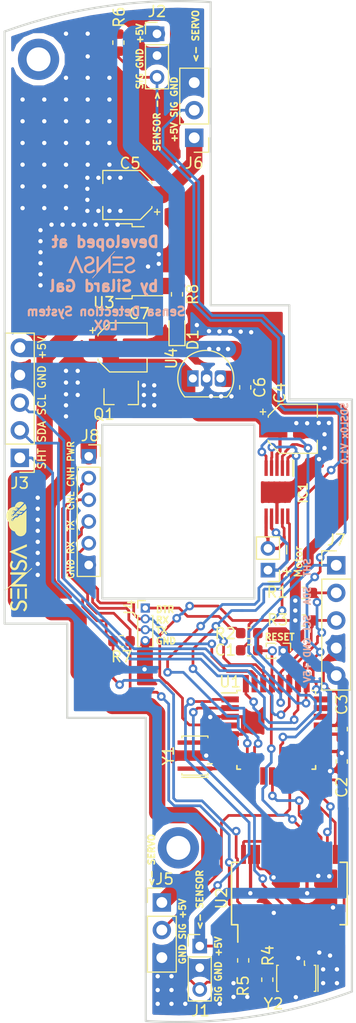
<source format=kicad_pcb>
(kicad_pcb (version 20171130) (host pcbnew 5.0.1-33cea8e~68~ubuntu18.04.1)
  (layers (0 F.Cu signal) (31 B.Cu signal) (34 B.Paste user) (35 F.Paste user) (36 B.SilkS user) (37 F.SilkS user) (38 B.Mask user) (39 F.Mask user) (44 Edge.Cuts user))
  (net 0 "")
  (net 1 RESET)
  (net 2 DTR)
  (net 3 GND)
  (net 4 +5V)
  (net 5 "Net-(C3-Pad1)")
  (net 6 VCC)
  (net 7 SERVO_VCC)
  (net 8 "Net-(D1-Pad2)")
  (net 9 DC_IN1)
  (net 10 DC_IN2)
  (net 11 "Net-(IC1-Pad6)")
  (net 12 "Net-(IC1-Pad10)")
  (net 13 SENSOR_1)
  (net 14 SENSOR_2)
  (net 15 SDA)
  (net 16 SCL)
  (net 17 TX)
  (net 18 RX)
  (net 19 SERVO_1)
  (net 20 SERVO_2)
  (net 21 "Net-(J8-Pad1)")
  (net 22 CANH)
  (net 23 CANL)
  (net 24 "Net-(R4-Pad1)")
  (net 25 D4)
  (net 26 "Net-(U1-Pad7)")
  (net 27 "Net-(U1-Pad8)")
  (net 28 D8)
  (net 29 MOSI)
  (net 30 MISO)
  (net 31 SCK)
  (net 32 "Net-(U2-Pad8)")
  (net 33 "Net-(U2-Pad9)")
  (net 34 "Net-(U2-Pad20)")
  (net 35 "Net-(U2-Pad21)")
  (net 36 VL1_XSHUT)
  (net 37 VL2_XSHUT)
  (module Capacitor_SMD:CP_Elec_4x5.8 (layer F.Cu) (at 151.511 65.8495 180)
    (fp_text reference C5 (at -0.254 2.921) (layer F.SilkS))
    (fp_text value CP)
    (pad 2 smd rect (at 1.8 0 180) (size 2.6 1.6) (layers F.Cu F.Paste F.Mask) (net 3 GND))
    (pad 1 smd rect (at -1.8 0 180) (size 2.6 1.6) (layers F.Cu F.Paste F.Mask) (net 7 SERVO_VCC))
  )
  (module Capacitor_SMD:C_0603_1608Metric (layer F.Cu) (at 162.7378 106.1974 180)
    (fp_text reference C1 (at 2.2098 -1.5621 180) (layer F.SilkS))
    (fp_text value 0.1uF)
    (pad 1 smd roundrect (at -0.7875 0 180) (size 0.875 0.95) (layers F.Cu F.Paste F.Mask) (net 1 RESET))
    (pad 2 smd roundrect (at 0.7875 0 180) (size 0.875 0.95) (layers F.Cu F.Paste F.Mask) (net 2 DTR))
  )
  (module Capacitor_SMD:C_0603_1608Metric (layer F.Cu) (at 171.2595 118.0211 270)
    (fp_text reference C2 (at 2.3749 0 270) (layer F.SilkS))
    (fp_text value 0.1uF)
    (pad 2 smd roundrect (at 0.7875 0 270) (size 0.875 0.95) (layers F.Cu F.Paste F.Mask) (net 3 GND))
    (pad 1 smd roundrect (at -0.7875 0 270) (size 0.875 0.95) (layers F.Cu F.Paste F.Mask) (net 4 +5V))
  )
  (module Capacitor_SMD:C_0603_1608Metric (layer F.Cu) (at 171.2595 115.0366 90)
    (fp_text reference C3 (at 2.2606 0 90) (layer F.SilkS))
    (fp_text value 0.1uF)
    (pad 1 smd roundrect (at -0.7875 0 90) (size 0.875 0.95) (layers F.Cu F.Paste F.Mask) (net 5 "Net-(C3-Pad1)"))
    (pad 2 smd roundrect (at 0.7875 0 90) (size 0.875 0.95) (layers F.Cu F.Paste F.Mask) (net 3 GND))
  )
  (module Capacitor_SMD:C_0603_1608Metric (layer F.Cu) (at 162.3695 83.566 90)
    (fp_text reference C6 (at 0 1.3335 90) (layer F.SilkS))
    (fp_text value 0.1uF)
    (pad 2 smd roundrect (at 0.7875 0 90) (size 0.875 0.95) (layers F.Cu F.Paste F.Mask) (net 4 +5V))
    (pad 1 smd roundrect (at -0.7875 0 90) (size 0.875 0.95) (layers F.Cu F.Paste F.Mask) (net 3 GND))
  )
  (module LED_SMD:LED_0603_1608Metric (layer F.Cu) (at 156.083 78.232 90)
    (fp_text reference D1 (at -0.9525 1.4605 90) (layer F.SilkS))
    (fp_text value LED)
    (pad 1 smd roundrect (at -0.7875 0 90) (size 0.875 0.95) (layers F.Cu F.Paste F.Mask) (net 3 GND))
    (pad 2 smd roundrect (at 0.7875 0 90) (size 0.875 0.95) (layers F.Cu F.Paste F.Mask) (net 8 "Net-(D1-Pad2)"))
  )
  (module A3909GLYTR-T:SOP50P488X115-11N (layer F.Cu) (at 165.2905 93.218 270)
    (fp_text reference IC1 (at 0.0635 -2.413 270) (layer F.SilkS) (effects (font (size 0.8 0.8))))
    (fp_text value A3909GLYTR-T hide)
    (pad 1 smd rect (at -2.212 -1) (size 0.3 1.425) (layers F.Cu F.Paste F.Mask) (net 9 DC_IN1))
    (pad 2 smd rect (at -2.212 -0.5) (size 0.3 1.425) (layers F.Cu F.Paste F.Mask) (net 10 DC_IN2))
    (pad 3 smd rect (at -2.212 0) (size 0.3 1.425) (layers F.Cu F.Paste F.Mask) (net 6 VCC))
    (pad 4 smd rect (at -2.212 0.5) (size 0.3 1.425) (layers F.Cu F.Paste F.Mask) (net 9 DC_IN1))
    (pad 5 smd rect (at -2.212 1) (size 0.3 1.425) (layers F.Cu F.Paste F.Mask) (net 10 DC_IN2))
    (pad 6 smd rect (at 2.212 1) (size 0.3 1.425) (layers F.Cu F.Paste F.Mask) (net 11 "Net-(IC1-Pad6)"))
    (pad 7 smd rect (at 2.212 0.5) (size 0.3 1.425) (layers F.Cu F.Paste F.Mask) (net 12 "Net-(IC1-Pad10)"))
    (pad 8 smd rect (at 2.212 0) (size 0.3 1.425) (layers F.Cu F.Paste F.Mask) (net 3 GND))
    (pad 9 smd rect (at 2.212 -0.5) (size 0.3 1.425) (layers F.Cu F.Paste F.Mask) (net 11 "Net-(IC1-Pad6)"))
    (pad 10 smd rect (at 2.212 -1) (size 0.3 1.425) (layers F.Cu F.Paste F.Mask) (net 12 "Net-(IC1-Pad10)"))
    (pad 11 smd rect (at 0 0 270) (size 1.73 1.98) (layers F.Cu F.Paste F.Mask) (net 3 GND))
  )
  (module Connector_PinHeader_1.00mm:PinHeader_1x04_P1.00mm_Vertical (layer F.Cu) (at 153.162 103.886)
    (fp_text reference J4 (at -1.397 0.0635 90) (layer F.SilkS))
    (fp_text value programming)
    (pad 1 thru_hole rect (at 0 0) (size 0.85 0.85) (drill 0.5) (layers *.Cu *.Mask) (net 2 DTR))
    (pad 2 thru_hole oval (at 0 1) (size 0.85 0.85) (drill 0.5) (layers *.Cu *.Mask) (net 18 RX))
    (pad 3 thru_hole oval (at 0 2) (size 0.85 0.85) (drill 0.5) (layers *.Cu *.Mask) (net 17 TX))
    (pad 4 thru_hole oval (at 0 3) (size 0.85 0.85) (drill 0.5) (layers *.Cu *.Mask) (net 3 GND))
  )
  (module Connector_PinHeader_2.00mm:PinHeader_1x02_P2.00mm_Vertical (layer F.Cu) (at 164.465 100.3935 180)
    (fp_text reference J9 hide)
    (fp_text value "Motor ")
    (pad 1 thru_hole rect (at 0 0 180) (size 1.35 1.35) (drill 0.8) (layers *.Cu *.Mask) (net 12 "Net-(IC1-Pad10)"))
    (pad 2 thru_hole oval (at 0 2 180) (size 1.35 1.35) (drill 0.8) (layers *.Cu *.Mask) (net 11 "Net-(IC1-Pad6)"))
  )
  (module Package_TO_SOT_SMD:SOT-23 (layer F.Cu) (at 150.9395 84.3915 270)
    (fp_text reference Q1 (at 1.651 1.5875) (layer F.SilkS))
    (fp_text value DMP2100U)
    (pad 1 smd rect (at -1 -0.95 270) (size 0.9 0.8) (layers F.Cu F.Paste F.Mask) (net 3 GND))
    (pad 2 smd rect (at -1 0.95 270) (size 0.9 0.8) (layers F.Cu F.Paste F.Mask) (net 6 VCC))
    (pad 3 smd rect (at 1 0 270) (size 0.9 0.8) (layers F.Cu F.Paste F.Mask) (net 21 "Net-(J8-Pad1)"))
  )
  (module Resistor_SMD:R_0603_1608Metric (layer F.Cu) (at 167.767 102.489)
    (fp_text reference R1 (at -2.451 -0.0635) (layer F.SilkS))
    (fp_text value 4K7)
    (pad 2 smd roundrect (at 0.7875 0) (size 0.875 0.95) (layers F.Cu F.Paste F.Mask) (net 15 SDA))
    (pad 1 smd roundrect (at -0.7875 0) (size 0.875 0.95) (layers F.Cu F.Paste F.Mask) (net 4 +5V))
  )
  (module Resistor_SMD:R_0603_1608Metric (layer F.Cu) (at 162.7378 107.7722)
    (fp_text reference R2 (at -2.2098 -1.5367) (layer F.SilkS))
    (fp_text value 10K)
    (pad 2 smd roundrect (at 0.7875 0) (size 0.875 0.95) (layers F.Cu F.Paste F.Mask) (net 1 RESET))
    (pad 1 smd roundrect (at -0.7875 0) (size 0.875 0.95) (layers F.Cu F.Paste F.Mask) (net 4 +5V))
  )
  (module Resistor_SMD:R_0603_1608Metric (layer F.Cu) (at 167.767 105.029)
    (fp_text reference R3 (at -2.413 -0.0635) (layer F.SilkS))
    (fp_text value 4K7)
    (pad 2 smd roundrect (at 0.7875 0) (size 0.875 0.95) (layers F.Cu F.Paste F.Mask) (net 16 SCL))
    (pad 1 smd roundrect (at -0.7875 0) (size 0.875 0.95) (layers F.Cu F.Paste F.Mask) (net 4 +5V))
  )
  (module Resistor_SMD:R_0603_1608Metric (layer F.Cu) (at 164.4015 138.1125 270)
    (fp_text reference R4 (at -2.2225 -0.0635 270) (layer F.SilkS))
    (fp_text value 10K)
    (pad 1 smd roundrect (at -0.7875 0 270) (size 0.875 0.95) (layers F.Cu F.Paste F.Mask) (net 24 "Net-(R4-Pad1)"))
    (pad 2 smd roundrect (at 0.7875 0 270) (size 0.875 0.95) (layers F.Cu F.Paste F.Mask) (net 4 +5V))
  )
  (module Resistor_SMD:R_0603_1608Metric (layer F.Cu) (at 162.179 136.3345 90)
    (fp_text reference R5 (at -2.3495 0 90) (layer F.SilkS))
    (fp_text value 10K)
    (pad 2 smd roundrect (at 0.7875 0 90) (size 0.875 0.95) (layers F.Cu F.Paste F.Mask) (net 4 +5V))
    (pad 1 smd roundrect (at -0.7875 0 90) (size 0.875 0.95) (layers F.Cu F.Paste F.Mask) (net 13 SENSOR_1))
  )
  (module Resistor_SMD:R_0603_1608Metric (layer F.Cu) (at 150.6855 51.816 90)
    (fp_text reference R6 (at 2.3495 0.0635 90) (layer F.SilkS))
    (fp_text value 10K)
    (pad 2 smd roundrect (at 0.7875 0 90) (size 0.875 0.95) (layers F.Cu F.Paste F.Mask) (net 4 +5V))
    (pad 1 smd roundrect (at -0.7875 0 90) (size 0.875 0.95) (layers F.Cu F.Paste F.Mask) (net 14 SENSOR_2))
  )
  (module Resistor_SMD:R_0603_1608Metric (layer F.Cu) (at 150.9776 106.934 180)
    (fp_text reference R7 (at 0 -1.43 180) (layer F.SilkS))
    (fp_text value 120)
    (pad 1 smd roundrect (at -0.7875 0 180) (size 0.875 0.95) (layers F.Cu F.Paste F.Mask) (net 23 CANL))
    (pad 2 smd roundrect (at 0.7875 0 180) (size 0.875 0.95) (layers F.Cu F.Paste F.Mask) (net 22 CANH))
  )
  (module Resistor_SMD:R_0603_1608Metric (layer F.Cu) (at 156.083 74.9935 270)
    (fp_text reference R8 (at 0 -1.43 270) (layer F.SilkS))
    (fp_text value 1K)
    (pad 1 smd roundrect (at -0.7875 0 270) (size 0.875 0.95) (layers F.Cu F.Paste F.Mask) (net 6 VCC))
    (pad 2 smd roundrect (at 0.7875 0 270) (size 0.875 0.95) (layers F.Cu F.Paste F.Mask) (net 8 "Net-(D1-Pad2)"))
  )
  (module Connector_PinHeader_1.00mm:PinHeader_1x02_P1.00mm_Vertical (layer F.Cu) (at 165.862 107.823 270)
    (fp_text reference SW1 hide)
    (fp_text value Reset)
    (pad 1 thru_hole rect (at 0 0 270) (size 0.85 0.85) (drill 0.5) (layers *.Cu *.Mask) (net 3 GND))
    (pad 2 thru_hole oval (at 0 1 270) (size 0.85 0.85) (drill 0.5) (layers *.Cu *.Mask) (net 1 RESET))
  )
  (module Package_QFP:TQFP-32_7x7mm_P0.8mm (layer F.Cu) (at 165.227 115.1001)
    (fp_text reference U1 (at -4.2545 -4.4196) (layer F.SilkS))
    (fp_text value ATmega328P-AU)
    (pad 1 smd rect (at -4.25 -2.8) (size 1.6 0.55) (layers F.Cu F.Paste F.Mask) (net 13 SENSOR_1))
    (pad 2 smd rect (at -4.25 -2) (size 1.6 0.55) (layers F.Cu F.Paste F.Mask) (net 25 D4))
    (pad 3 smd rect (at -4.25 -1.2) (size 1.6 0.55) (layers F.Cu F.Paste F.Mask) (net 3 GND))
    (pad 4 smd rect (at -4.25 -0.4) (size 1.6 0.55) (layers F.Cu F.Paste F.Mask) (net 4 +5V))
    (pad 5 smd rect (at -4.25 0.4) (size 1.6 0.55) (layers F.Cu F.Paste F.Mask) (net 3 GND))
    (pad 6 smd rect (at -4.25 1.2) (size 1.6 0.55) (layers F.Cu F.Paste F.Mask) (net 4 +5V))
    (pad 7 smd rect (at -4.25 2) (size 1.6 0.55) (layers F.Cu F.Paste F.Mask) (net 26 "Net-(U1-Pad7)"))
    (pad 8 smd rect (at -4.25 2.8) (size 1.6 0.55) (layers F.Cu F.Paste F.Mask) (net 27 "Net-(U1-Pad8)"))
    (pad 9 smd rect (at -2.8 4.25 90) (size 1.6 0.55) (layers F.Cu F.Paste F.Mask) (net 9 DC_IN1))
    (pad 10 smd rect (at -2 4.25 90) (size 1.6 0.55) (layers F.Cu F.Paste F.Mask) (net 10 DC_IN2))
    (pad 11 smd rect (at -1.2 4.25 90) (size 1.6 0.55) (layers F.Cu F.Paste F.Mask))
    (pad 12 smd rect (at -0.4 4.25 90) (size 1.6 0.55) (layers F.Cu F.Paste F.Mask) (net 28 D8))
    (pad 13 smd rect (at 0.4 4.25 90) (size 1.6 0.55) (layers F.Cu F.Paste F.Mask) (net 20 SERVO_2))
    (pad 14 smd rect (at 1.2 4.25 90) (size 1.6 0.55) (layers F.Cu F.Paste F.Mask) (net 19 SERVO_1))
    (pad 15 smd rect (at 2 4.25 90) (size 1.6 0.55) (layers F.Cu F.Paste F.Mask) (net 29 MOSI))
    (pad 16 smd rect (at 2.8 4.25 90) (size 1.6 0.55) (layers F.Cu F.Paste F.Mask) (net 30 MISO))
    (pad 17 smd rect (at 4.25 2.8) (size 1.6 0.55) (layers F.Cu F.Paste F.Mask) (net 31 SCK))
    (pad 18 smd rect (at 4.25 2) (size 1.6 0.55) (layers F.Cu F.Paste F.Mask) (net 4 +5V))
    (pad 19 smd rect (at 4.25 1.2) (size 1.6 0.55) (layers F.Cu F.Paste F.Mask))
    (pad 20 smd rect (at 4.25 0.4) (size 1.6 0.55) (layers F.Cu F.Paste F.Mask) (net 5 "Net-(C3-Pad1)"))
    (pad 21 smd rect (at 4.25 -0.4) (size 1.6 0.55) (layers F.Cu F.Paste F.Mask) (net 3 GND))
    (pad 22 smd rect (at 4.25 -1.2) (size 1.6 0.55) (layers F.Cu F.Paste F.Mask))
    (pad 23 smd rect (at 4.25 -2) (size 1.6 0.55) (layers F.Cu F.Paste F.Mask))
    (pad 24 smd rect (at 4.25 -2.8) (size 1.6 0.55) (layers F.Cu F.Paste F.Mask))
    (pad 25 smd rect (at 2.8 -4.25 90) (size 1.6 0.55) (layers F.Cu F.Paste F.Mask) (net 37 VL2_XSHUT))
    (pad 26 smd rect (at 2 -4.25 90) (size 1.6 0.55) (layers F.Cu F.Paste F.Mask) (net 36 VL1_XSHUT))
    (pad 27 smd rect (at 1.2 -4.25 90) (size 1.6 0.55) (layers F.Cu F.Paste F.Mask) (net 15 SDA))
    (pad 28 smd rect (at 0.4 -4.25 90) (size 1.6 0.55) (layers F.Cu F.Paste F.Mask) (net 16 SCL))
    (pad 29 smd rect (at -0.4 -4.25 90) (size 1.6 0.55) (layers F.Cu F.Paste F.Mask) (net 1 RESET))
    (pad 30 smd rect (at -1.2 -4.25 90) (size 1.6 0.55) (layers F.Cu F.Paste F.Mask) (net 18 RX))
    (pad 31 smd rect (at -2 -4.25 90) (size 1.6 0.55) (layers F.Cu F.Paste F.Mask) (net 17 TX))
    (pad 32 smd rect (at -2.8 -4.25 90) (size 1.6 0.55) (layers F.Cu F.Paste F.Mask) (net 14 SENSOR_2))
  )
  (module Package_SO:SSOP-28_5.3x10.2mm_P0.65mm (layer F.Cu) (at 166.4335 130.175 90)
    (fp_text reference U2 (at -0.4445 -6.25 90) (layer F.SilkS))
    (fp_text value MCP25625-x-SS)
    (pad 1 smd rect (at -3.6 -4.225 90) (size 1.75 0.45) (layers F.Cu F.Paste F.Mask) (net 4 +5V))
    (pad 2 smd rect (at -3.6 -3.575 90) (size 1.75 0.45) (layers F.Cu F.Paste F.Mask))
    (pad 3 smd rect (at -3.6 -2.925 90) (size 1.75 0.45) (layers F.Cu F.Paste F.Mask) (net 23 CANL))
    (pad 4 smd rect (at -3.6 -2.275 90) (size 1.75 0.45) (layers F.Cu F.Paste F.Mask) (net 22 CANH))
    (pad 5 smd rect (at -3.6 -1.625 90) (size 1.75 0.45) (layers F.Cu F.Paste F.Mask) (net 3 GND))
    (pad 6 smd rect (at -3.6 -0.975 90) (size 1.75 0.45) (layers F.Cu F.Paste F.Mask))
    (pad 7 smd rect (at -3.6 -0.325 90) (size 1.75 0.45) (layers F.Cu F.Paste F.Mask) (net 24 "Net-(R4-Pad1)"))
    (pad 8 smd rect (at -3.6 0.325 90) (size 1.75 0.45) (layers F.Cu F.Paste F.Mask) (net 32 "Net-(U2-Pad8)"))
    (pad 9 smd rect (at -3.6 0.975 90) (size 1.75 0.45) (layers F.Cu F.Paste F.Mask) (net 33 "Net-(U2-Pad9)"))
    (pad 10 smd rect (at -3.6 1.625 90) (size 1.75 0.45) (layers F.Cu F.Paste F.Mask) (net 3 GND))
    (pad 11 smd rect (at -3.6 2.275 90) (size 1.75 0.45) (layers F.Cu F.Paste F.Mask))
    (pad 12 smd rect (at -3.6 2.925 90) (size 1.75 0.45) (layers F.Cu F.Paste F.Mask))
    (pad 13 smd rect (at -3.6 3.575 90) (size 1.75 0.45) (layers F.Cu F.Paste F.Mask) (net 25 D4))
    (pad 14 smd rect (at -3.6 4.225 90) (size 1.75 0.45) (layers F.Cu F.Paste F.Mask) (net 31 SCK))
    (pad 15 smd rect (at 3.6 4.225 90) (size 1.75 0.45) (layers F.Cu F.Paste F.Mask) (net 29 MOSI))
    (pad 16 smd rect (at 3.6 3.575 90) (size 1.75 0.45) (layers F.Cu F.Paste F.Mask) (net 30 MISO))
    (pad 17 smd rect (at 3.6 2.925 90) (size 1.75 0.45) (layers F.Cu F.Paste F.Mask) (net 28 D8))
    (pad 18 smd rect (at 3.6 2.275 90) (size 1.75 0.45) (layers F.Cu F.Paste F.Mask) (net 1 RESET))
    (pad 19 smd rect (at 3.6 1.625 90) (size 1.75 0.45) (layers F.Cu F.Paste F.Mask) (net 4 +5V))
    (pad 20 smd rect (at 3.6 0.975 90) (size 1.75 0.45) (layers F.Cu F.Paste F.Mask) (net 34 "Net-(U2-Pad20)"))
    (pad 21 smd rect (at 3.6 0.325 90) (size 1.75 0.45) (layers F.Cu F.Paste F.Mask) (net 35 "Net-(U2-Pad21)"))
    (pad 22 smd rect (at 3.6 -0.325 90) (size 1.75 0.45) (layers F.Cu F.Paste F.Mask))
    (pad 23 smd rect (at 3.6 -0.975 90) (size 1.75 0.45) (layers F.Cu F.Paste F.Mask))
    (pad 24 smd rect (at 3.6 -1.625 90) (size 1.75 0.45) (layers F.Cu F.Paste F.Mask) (net 34 "Net-(U2-Pad20)"))
    (pad 25 smd rect (at 3.6 -2.275 90) (size 1.75 0.45) (layers F.Cu F.Paste F.Mask))
    (pad 26 smd rect (at 3.6 -2.925 90) (size 1.75 0.45) (layers F.Cu F.Paste F.Mask) (net 3 GND))
    (pad 27 smd rect (at 3.6 -3.575 90) (size 1.75 0.45) (layers F.Cu F.Paste F.Mask) (net 4 +5V))
    (pad 28 smd rect (at 3.6 -4.225 90) (size 1.75 0.45) (layers F.Cu F.Paste F.Mask) (net 35 "Net-(U2-Pad21)"))
  )
  (module Package_TO_SOT_SMD:TO-252-2 (layer F.Cu) (at 149.479 71.9455 180)
    (fp_text reference U3 (at 0.127 -3.81) (layer F.SilkS))
    (fp_text value L7806)
    (pad 1 smd rect (at -4.2 -2.28 180) (size 2.2 1.2) (layers F.Cu F.Paste F.Mask) (net 6 VCC))
    (pad 3 smd rect (at -4.2 2.28 180) (size 2.2 1.2) (layers F.Cu F.Paste F.Mask) (net 7 SERVO_VCC))
    (pad 2 smd rect (at 2.1 0 180) (size 6.4 5.8) (layers F.Cu F.Mask) (net 3 GND))
  )
  (module Package_TO_SOT_THT:TO-92L_Inline (layer F.Cu) (at 157.5435 82.7405)
    (fp_text reference U4 (at -1.9685 -1.8415 270) (layer F.SilkS))
    (fp_text value L4931)
    (pad 2 thru_hole roundrect (at 1.27 0) (size 1.05 1.5) (drill 0.75) (layers *.Cu *.Mask) (net 3 GND))
    (pad 3 thru_hole roundrect (at 2.54 0) (size 1.05 1.5) (drill 0.75) (layers *.Cu *.Mask) (net 4 +5V))
    (pad 1 thru_hole rect (at 0 0) (size 1.05 1.5) (drill 0.75) (layers *.Cu *.Mask) (net 6 VCC))
  )
  (module Crystal:Resonator_SMD_muRata_CSTxExxV-3Pin_3.0x1.1mm_HandSoldering (layer F.Cu) (at 157.734 117.475 90)
    (fp_text reference Y1 (at 0 -2.45 90) (layer F.SilkS))
    (fp_text value "16MHz resonator")
    (pad 3 smd rect (at 1.2 0 90) (size 0.4 3.2) (layers F.Cu F.Paste F.Mask) (net 26 "Net-(U1-Pad7)"))
    (pad 2 smd rect (at 0 0 90) (size 0.4 3.2) (layers F.Cu F.Paste F.Mask) (net 3 GND))
    (pad 1 smd rect (at -1.2 0 90) (size 0.4 3.2) (layers F.Cu F.Paste F.Mask) (net 27 "Net-(U1-Pad8)"))
  )
  (module Crystal:Resonator_SMD_muRata_CSTxExxV-3Pin_3.0x1.1mm_HandSoldering (layer F.Cu) (at 167.0685 137.9855 180)
    (fp_text reference Y2 (at 2.0955 -2.3495 180) (layer F.SilkS))
    (fp_text value "16MHz resonator")
    (pad 1 smd rect (at -1.2 0 180) (size 0.4 3.2) (layers F.Cu F.Paste F.Mask) (net 33 "Net-(U2-Pad9)"))
    (pad 2 smd rect (at 0 0 180) (size 0.4 3.2) (layers F.Cu F.Paste F.Mask) (net 3 GND))
    (pad 3 smd rect (at 1.2 0 180) (size 0.4 3.2) (layers F.Cu F.Paste F.Mask) (net 32 "Net-(U2-Pad8)"))
  )
  (module Capacitor_SMD:CP_Elec_4x5.8 (layer F.Cu) (at 166.751 87.376)
    (fp_text reference C4 (at -1.2065 -3.302 90) (layer F.SilkS))
    (fp_text value CP)
    (pad 1 smd rect (at -1.8 0) (size 2.6 1.6) (layers F.Cu F.Paste F.Mask) (net 6 VCC))
    (pad 2 smd rect (at 1.8 0) (size 2.6 1.6) (layers F.Cu F.Paste F.Mask) (net 3 GND))
  )
  (module Capacitor_SMD:CP_Elec_4x5.8 (layer F.Cu) (at 151.0665 79.883)
    (fp_text reference C7 (at 1.524 -3.1115) (layer F.SilkS))
    (fp_text value CP)
    (pad 1 smd rect (at -1.8 0) (size 2.6 1.6) (layers F.Cu F.Paste F.Mask) (net 6 VCC))
    (pad 2 smd rect (at 1.8 0) (size 2.6 1.6) (layers F.Cu F.Paste F.Mask) (net 3 GND))
  )
  (module MountingHole:MountingHole_2.2mm_M2_DIN965_Pad (layer F.Cu) (at 143.3322 53.3527)
    (fp_text reference REF** hide)
    (fp_text value MountingHole_2.2mm_M2_DIN965_Pad)
    (pad 1 thru_hole circle (at 0 0) (size 3.8 3.8) (drill 2.2) (layers *.Cu *.Mask))
  )
  (module Connector_PinHeader_2.00mm:PinHeader_1x03_P2.00mm_Vertical (layer F.Cu) (at 158.1785 135.013)
    (fp_text reference J1 (at 0.0635 5.957) (layer F.SilkS))
    (fp_text value SENSOR1)
    (pad 1 thru_hole rect (at 0 0) (size 1.35 1.35) (drill 0.8) (layers *.Cu *.Mask) (net 4 +5V))
    (pad 2 thru_hole oval (at 0 2) (size 1.35 1.35) (drill 0.8) (layers *.Cu *.Mask) (net 3 GND))
    (pad 3 thru_hole oval (at 0 4) (size 1.35 1.35) (drill 0.8) (layers *.Cu *.Mask) (net 13 SENSOR_1))
  )
  (module Connector_PinHeader_2.00mm:PinHeader_1x03_P2.00mm_Vertical (layer F.Cu) (at 154.2415 51.0075)
    (fp_text reference J2 (at 0 -2.06) (layer F.SilkS))
    (fp_text value SENSOR2)
    (pad 3 thru_hole oval (at 0 4) (size 1.35 1.35) (drill 0.8) (layers *.Cu *.Mask) (net 14 SENSOR_2))
    (pad 2 thru_hole oval (at 0 2) (size 1.35 1.35) (drill 0.8) (layers *.Cu *.Mask) (net 3 GND))
    (pad 1 thru_hole rect (at 0 0) (size 1.35 1.35) (drill 0.8) (layers *.Cu *.Mask) (net 4 +5V))
  )
  (module Connector_PinHeader_2.54mm:PinHeader_1x03_P2.54mm_Vertical (layer F.Cu) (at 154.686 131.0005)
    (fp_text reference J5 (at 0.254 -2.159) (layer F.SilkS))
    (fp_text value SERVO1)
    (pad 1 thru_hole rect (at 0 0) (size 1.7 1.7) (drill 1) (layers *.Cu *.Mask) (net 7 SERVO_VCC))
    (pad 2 thru_hole oval (at 0 2.54) (size 1.7 1.7) (drill 1) (layers *.Cu *.Mask) (net 19 SERVO_1))
    (pad 3 thru_hole oval (at 0 5.08) (size 1.7 1.7) (drill 1) (layers *.Cu *.Mask) (net 3 GND))
  )
  (module Connector_PinHeader_2.54mm:PinHeader_1x03_P2.54mm_Vertical (layer F.Cu) (at 157.6705 60.579 180)
    (fp_text reference J6 (at 0 -2.33 180) (layer F.SilkS))
    (fp_text value SERVO2)
    (pad 3 thru_hole oval (at 0 5.08 180) (size 1.7 1.7) (drill 1) (layers *.Cu *.Mask) (net 3 GND))
    (pad 2 thru_hole oval (at 0 2.54 180) (size 1.7 1.7) (drill 1) (layers *.Cu *.Mask) (net 20 SERVO_2))
    (pad 1 thru_hole rect (at 0 0 180) (size 1.7 1.7) (drill 1) (layers *.Cu *.Mask) (net 7 SERVO_VCC))
  )
  (module Connector_PinSocket_2.00mm:PinSocket_1x06_P2.00mm_Vertical (layer F.Cu) (at 147.955 89.916)
    (fp_text reference J8 (at 0.127 -1.905) (layer F.SilkS))
    (fp_text value "Main conn")
    (pad 1 thru_hole rect (at 0 0) (size 1.35 1.35) (drill 0.8) (layers *.Cu *.Mask) (net 21 "Net-(J8-Pad1)"))
    (pad 2 thru_hole oval (at 0 2) (size 1.35 1.35) (drill 0.8) (layers *.Cu *.Mask) (net 22 CANH))
    (pad 3 thru_hole oval (at 0 4) (size 1.35 1.35) (drill 0.8) (layers *.Cu *.Mask) (net 23 CANL))
    (pad 4 thru_hole oval (at 0 6) (size 1.35 1.35) (drill 0.8) (layers *.Cu *.Mask) (net 17 TX))
    (pad 5 thru_hole oval (at 0 8) (size 1.35 1.35) (drill 0.8) (layers *.Cu *.Mask) (net 18 RX))
    (pad 6 thru_hole oval (at 0 10) (size 1.35 1.35) (drill 0.8) (layers *.Cu *.Mask) (net 3 GND))
  )
  (module Connector_PinHeader_2.54mm:PinHeader_1x05_P2.54mm_Vertical (layer F.Cu) (at 141.605 90.0556 180)
    (fp_text reference J3 (at 0 -2.33 180) (layer F.SilkS))
    (fp_text value VL53L0X_1)
    (pad 1 thru_hole rect (at 0 0 180) (size 1.7 1.7) (drill 1) (layers *.Cu *.Mask) (net 36 VL1_XSHUT))
    (pad 2 thru_hole oval (at 0 2.54 180) (size 1.7 1.7) (drill 1) (layers *.Cu *.Mask) (net 15 SDA))
    (pad 3 thru_hole oval (at 0 5.08 180) (size 1.7 1.7) (drill 1) (layers *.Cu *.Mask) (net 16 SCL))
    (pad 4 thru_hole oval (at 0 7.62 180) (size 1.7 1.7) (drill 1) (layers *.Cu *.Mask) (net 3 GND))
    (pad 5 thru_hole oval (at 0 10.16 180) (size 1.7 1.7) (drill 1) (layers *.Cu *.Mask) (net 4 +5V))
  )
  (module Connector_PinHeader_2.54mm:PinHeader_1x05_P2.54mm_Vertical (layer F.Cu) (at 170.7515 99.949)
    (fp_text reference J7 (at 0 -2.33) (layer F.SilkS))
    (fp_text value VL53L0X_2)
    (pad 5 thru_hole oval (at 0 10.16) (size 1.7 1.7) (drill 1) (layers *.Cu *.Mask) (net 4 +5V))
    (pad 4 thru_hole oval (at 0 7.62) (size 1.7 1.7) (drill 1) (layers *.Cu *.Mask) (net 3 GND))
    (pad 3 thru_hole oval (at 0 5.08) (size 1.7 1.7) (drill 1) (layers *.Cu *.Mask) (net 16 SCL))
    (pad 2 thru_hole oval (at 0 2.54) (size 1.7 1.7) (drill 1) (layers *.Cu *.Mask) (net 15 SDA))
    (pad 1 thru_hole rect (at 0 0) (size 1.7 1.7) (drill 1) (layers *.Cu *.Mask) (net 37 VL2_XSHUT))
  )
  (module MountingHole:MountingHole_2.2mm_M2_DIN965_Pad (layer F.Cu) (at 156.2126 125.9713)
    (fp_text reference REF** hide)
    (fp_text value MountingHole_2.2mm_M2_DIN965_Pad)
    (pad 1 thru_hole circle (at 0 0) (size 3.8 3.8) (drill 2.2) (layers *.Cu *.Mask))
  )
  (module logos:SENSA_6x3 (layer F.Cu) (at 141.478 101.219 90)
    (fp_text reference G*** hide)
    (fp_text value LOGO hide)
  )
  (module logos:AISLER_3x2 (layer F.Cu) (at 141.2875 95.631 90)
    (fp_text reference G*** hide)
    (fp_text value LOGO hide)
  )
  (module logos:SENSA_6x3 (layer B.Cu) (at 149.2885 72.263 180)
    (fp_text reference G*** hide)
    (fp_text value LOGO hide)
  )
  (gr_text "SDSL0x V1.0" (at 171.5135 87.8205 90) (layer B.SilkS) (effects (font (size 0.6 0.6)) (justify mirror)))
  (gr_text "SHT  SDA  SCL GND +5V" (at 168.0845 105.029 90) (layer B.SilkS) (effects (font (size 0.6 0.6)) (justify mirror)))
  (gr_text "Sensa Detection System\nL0X" (at 149.5425 77.216) (layer B.SilkS) (effects (font (size 0.8 0.8) (thickness 0.2)) (justify mirror)))
  (gr_text "by Silard Gal\n" (at 149.352 74.2315) (layer B.SilkS) (effects (font (size 1 1) (thickness 0.25)) (justify mirror)))
  (gr_text "Developed at" (at 149.479 70.1675) (layer B.SilkS) (effects (font (size 1 1) (thickness 0.25)) (justify mirror)))
  (gr_text "<- SERVO" (at 153.7335 129.6035 90) (layer F.SilkS) (effects (font (size 0.6 0.6)) (justify left)))
  (gr_text "<- SENSOR\n" (at 158.1785 133.604 90) (layer F.SilkS) (effects (font (size 0.6 0.6)) (justify left)))
  (gr_text "SENSOR ->" (at 154.2415 61.9125 90) (layer F.SilkS) (effects (font (size 0.6 0.6)) (justify left)))
  (gr_text "<- SERVO" (at 157.7975 53.721 90) (layer F.SilkS) (effects (font (size 0.6 0.6)) (justify left)))
  (gr_text "SIG GND +5V\n" (at 152.654 56.1975 90) (layer F.SilkS) (effects (font (size 0.6 0.6)) (justify left)))
  (gr_text "+5V SIG GND" (at 155.829 61.087 90) (layer F.SilkS) (effects (font (size 0.6 0.6)) (justify left)))
  (gr_text "SIG GND +5V" (at 159.893 140.2715 90) (layer F.SilkS) (effects (font (size 0.6 0.6)) (justify left)))
  (gr_text "GND SIG +5V" (at 156.591 136.779 90) (layer F.SilkS) (effects (font (size 0.6 0.6)) (justify left)))
  (gr_text "Motor\n" (at 167.259 101.1555 90) (layer F.SilkS) (effects (font (size 0.7 0.7) (thickness 0.125)) (justify left)))
  (gr_text "+ -" (at 166.116 101.219 90) (layer F.SilkS) (effects (font (size 1 1) (thickness 0.125)) (justify left)))
  (gr_text "SHT SDA SCL GND +5V\n" (at 143.637 91.186 90) (layer F.SilkS) (effects (font (size 0.7 0.7) (thickness 0.125)) (justify left)))
  (gr_text RESET (at 164.084 106.553) (layer F.SilkS) (effects (font (size 0.6 0.6)) (justify left)))
  (gr_text "GND RX  TX  CNL CNH PWR" (at 146.304 101.2825 90) (layer F.SilkS) (effects (font (size 0.6 0.6) (thickness 0.125)) (justify left)))
  (gr_text "DTR \nRX\nTX\nGND" (at 154.051 105.4735) (layer F.SilkS) (effects (font (size 0.6 0.6)) (justify left)))
  (gr_line (start 163.2 87) (end 149.2 87) (layer Edge.Cuts) (width 0.2))
  (gr_line (start 159.191859 76) (end 159.187454 48.08439) (layer Edge.Cuts) (width 0.2))
  (gr_line (start 166.430824 76) (end 159.191859 76) (layer Edge.Cuts) (width 0.2))
  (gr_arc (start 156.2 95) (end 153.208142 141.91533) (angle -23.535111) (layer Edge.Cuts) (width 0.2))
  (gr_line (start 145.969177 114) (end 153.208142 114) (layer Edge.Cuts) (width 0.2))
  (gr_line (start 172.195229 84.67452) (end 166.430824 84.67452) (layer Edge.Cuts) (width 0.2))
  (gr_line (start 140.204772 105.32548) (end 145.969177 105.32548) (layer Edge.Cuts) (width 0.2))
  (gr_line (start 166.430824 84.67452) (end 166.430824 76) (layer Edge.Cuts) (width 0.2))
  (gr_line (start 172.190824 139.207385) (end 172.195229 84.67452) (layer Edge.Cuts) (width 0.2))
  (gr_arc (start 156.2 95) (end 159.187454 48.08439) (angle -23.53544064) (layer Edge.Cuts) (width 0.2))
  (gr_line (start 149.2 103) (end 163.2 103) (layer Edge.Cuts) (width 0.2))
  (gr_line (start 149.2 87) (end 149.2 103) (layer Edge.Cuts) (width 0.2))
  (gr_line (start 140.204772 50.794208) (end 140.204772 105.32548) (layer Edge.Cuts) (width 0.2))
  (gr_line (start 153.208142 114) (end 153.208142 141.91533) (layer Edge.Cuts) (width 0.2))
  (gr_line (start 145.969177 105.32548) (end 145.969177 114) (layer Edge.Cuts) (width 0.2))
  (gr_line (start 163.2 103) (end 163.2 87) (layer Edge.Cuts) (width 0.2))
  (via (at 166.708498 123.350015) (size 0.8) (drill 0.4) (layers F.Cu B.Cu) (net 1))
  (segment (start 168.7085 126.575) (end 168.7085 125.350017) (width 0.25) (layer F.Cu) (net 1))
  (segment (start 168.7085 125.350017) (end 166.708498 123.350015) (width 0.25) (layer F.Cu) (net 1))
  (segment (start 166.308499 122.950016) (end 165.368016 122.950016) (width 0.25) (layer B.Cu) (net 1))
  (segment (start 166.708498 123.350015) (end 166.308499 122.950016) (width 0.25) (layer B.Cu) (net 1))
  (segment (start 165.368016 122.950016) (end 163.9824 121.5644) (width 0.25) (layer B.Cu) (net 1))
  (segment (start 163.9824 121.5644) (end 163.9824 120.523) (width 0.25) (layer B.Cu) (net 1))
  (segment (start 163.9824 120.523) (end 164.3126 120.1928) (width 0.25) (layer B.Cu) (net 1))
  (segment (start 164.3126 120.1928) (end 164.3126 118.5672) (width 0.25) (layer B.Cu) (net 1))
  (via (at 164.7698 116.84) (size 0.8) (drill 0.4) (layers F.Cu B.Cu) (net 1))
  (segment (start 164.3126 118.5672) (end 164.7698 118.11) (width 0.25) (layer B.Cu) (net 1))
  (segment (start 164.7698 118.11) (end 164.7698 116.84) (width 0.25) (layer B.Cu) (net 1))
  (segment (start 164.7698 110.9073) (end 164.827 110.8501) (width 0.25) (layer F.Cu) (net 1))
  (segment (start 164.7698 116.84) (end 164.7698 110.9073) (width 0.25) (layer F.Cu) (net 1))
  (segment (start 163.5761 107.823) (end 163.5253 107.7722) (width 0.25) (layer F.Cu) (net 1))
  (segment (start 164.862 107.823) (end 163.5761 107.823) (width 0.25) (layer F.Cu) (net 1))
  (segment (start 163.5253 107.7722) (end 163.5253 106.1974) (width 0.25) (layer F.Cu) (net 1))
  (segment (start 164.827 107.858) (end 164.862 107.823) (width 0.25) (layer F.Cu) (net 1))
  (segment (start 164.827 110.8501) (end 164.827 107.858) (width 0.25) (layer F.Cu) (net 1))
  (segment (start 161.488688 105.735788) (end 160.980788 105.735788) (width 0.25) (layer F.Cu) (net 2))
  (segment (start 161.9503 106.1974) (end 161.488688 105.735788) (width 0.25) (layer F.Cu) (net 2))
  (segment (start 160.980788 105.735788) (end 160.980788 105.695148) (width 0.25) (layer F.Cu) (net 2))
  (segment (start 160.980788 105.735788) (end 160.932528 105.735788) (width 0.25) (layer F.Cu) (net 2))
  (segment (start 160.980788 105.695148) (end 159.94126 104.65562) (width 0.25) (layer F.Cu) (net 2))
  (segment (start 159.94126 104.65562) (end 157.05836 104.65562) (width 0.25) (layer F.Cu) (net 2))
  (segment (start 156.28874 103.886) (end 153.162 103.886) (width 0.25) (layer F.Cu) (net 2))
  (segment (start 157.05836 104.65562) (end 156.28874 103.886) (width 0.25) (layer F.Cu) (net 2))
  (via (at 169.672 87.884) (size 0.8) (drill 0.4) (layers F.Cu B.Cu) (net 3))
  (via (at 169.1386 86.8426) (size 0.8) (drill 0.4) (layers F.Cu B.Cu) (net 3))
  (via (at 168.0718 86.868) (size 0.8) (drill 0.4) (layers F.Cu B.Cu) (net 3))
  (via (at 158.7754 117.475) (size 0.8) (drill 0.4) (layers F.Cu B.Cu) (net 3))
  (segment (start 170.8085 114.7001) (end 171.2595 114.2491) (width 0.3) (layer F.Cu) (net 3))
  (segment (start 169.477 114.7001) (end 170.8085 114.7001) (width 0.3) (layer F.Cu) (net 3))
  (segment (start 162.077 113.9001) (end 160.977 113.9001) (width 0.3) (layer F.Cu) (net 3))
  (segment (start 162.127001 113.950101) (end 162.077 113.9001) (width 0.3) (layer F.Cu) (net 3))
  (segment (start 162.077 115.5001) (end 162.127001 115.450099) (width 0.3) (layer F.Cu) (net 3))
  (segment (start 162.127001 115.450099) (end 162.127001 113.950101) (width 0.3) (layer F.Cu) (net 3))
  (segment (start 160.977 115.5001) (end 162.077 115.5001) (width 0.3) (layer F.Cu) (net 3))
  (via (at 170.18 118.8974) (size 0.8) (drill 0.4) (layers F.Cu B.Cu) (net 3))
  (segment (start 171.2595 118.8086) (end 170.2688 118.8086) (width 0.25) (layer F.Cu) (net 3))
  (segment (start 170.2688 118.8086) (end 170.18 118.8974) (width 0.25) (layer F.Cu) (net 3))
  (segment (start 163.5085 127.7) (end 163.7229 127.9144) (width 0.25) (layer F.Cu) (net 3))
  (segment (start 163.5085 126.575) (end 163.5085 127.7) (width 0.25) (layer F.Cu) (net 3))
  (via (at 164.976285 128.692969) (size 0.8) (drill 0.4) (layers F.Cu B.Cu) (net 3))
  (segment (start 163.7229 127.9144) (end 164.197716 127.9144) (width 0.25) (layer F.Cu) (net 3))
  (segment (start 164.197716 127.9144) (end 164.976285 128.692969) (width 0.25) (layer F.Cu) (net 3))
  (via (at 153.09342 109.52734) (size 0.8) (drill 0.4) (layers F.Cu B.Cu) (net 3))
  (via (at 170.45178 131.46532) (size 0.8) (drill 0.4) (layers F.Cu B.Cu) (net 3))
  (via (at 169.09796 128.55448) (size 0.8) (drill 0.4) (layers F.Cu B.Cu) (net 3))
  (via (at 170.10888 128.5875) (size 0.8) (drill 0.4) (layers F.Cu B.Cu) (net 3))
  (via (at 167.25646 136.12114) (size 0.8) (drill 0.4) (layers F.Cu B.Cu) (net 3))
  (via (at 167.02786 139.7254) (size 0.8) (drill 0.4) (layers F.Cu B.Cu) (net 3))
  (via (at 164.9984 131.96062) (size 0.8) (drill 0.4) (layers F.Cu B.Cu) (net 3))
  (segment (start 164.8085 133.775) (end 164.8085 132.15052) (width 0.3) (layer F.Cu) (net 3))
  (segment (start 164.8085 132.15052) (end 164.9984 131.96062) (width 0.3) (layer F.Cu) (net 3))
  (via (at 169.1894 135.61568) (size 0.8) (drill 0.4) (layers F.Cu B.Cu) (net 3))
  (segment (start 168.819178 135.61568) (end 169.1894 135.61568) (width 0.3) (layer F.Cu) (net 3))
  (segment (start 168.0585 133.775) (end 168.0585 134.855002) (width 0.3) (layer F.Cu) (net 3))
  (segment (start 168.0585 134.855002) (end 168.819178 135.61568) (width 0.3) (layer F.Cu) (net 3))
  (via (at 159.14624 113.925099) (size 0.8) (drill 0.4) (layers F.Cu B.Cu) (net 3))
  (segment (start 160.977 113.9001) (end 159.171239 113.9001) (width 0.3) (layer F.Cu) (net 3))
  (segment (start 159.171239 113.9001) (end 159.14624 113.925099) (width 0.3) (layer F.Cu) (net 3))
  (via (at 167.07612 86.8553) (size 0.8) (drill 0.4) (layers F.Cu B.Cu) (net 3))
  (via (at 170.0784 86.8426) (size 0.8) (drill 0.4) (layers F.Cu B.Cu) (net 3))
  (segment (start 155.2195 79.883) (end 156.083 79.0195) (width 1.5) (layer F.Cu) (net 3))
  (segment (start 152.8665 79.883) (end 155.2195 79.883) (width 1.5) (layer F.Cu) (net 3))
  (via (at 157.9118 77.8256) (size 0.8) (drill 0.4) (layers F.Cu B.Cu) (net 3))
  (segment (start 156.7179 79.0195) (end 157.8356 77.9018) (width 1.5) (layer F.Cu) (net 3))
  (segment (start 156.083 79.0195) (end 156.7179 79.0195) (width 1.5) (layer F.Cu) (net 3))
  (segment (start 157.8356 77.9018) (end 157.9118 77.8256) (width 0.6) (layer F.Cu) (net 3))
  (via (at 159.0294 78.3844) (size 0.8) (drill 0.4) (layers F.Cu B.Cu) (net 3))
  (via (at 159.9946 78.4098) (size 0.8) (drill 0.4) (layers F.Cu B.Cu) (net 3))
  (via (at 160.9598 78.4098) (size 0.8) (drill 0.4) (layers F.Cu B.Cu) (net 3))
  (via (at 161.9504 78.4352) (size 0.8) (drill 0.4) (layers F.Cu B.Cu) (net 3))
  (via (at 162.9156 78.486) (size 0.8) (drill 0.4) (layers F.Cu B.Cu) (net 3))
  (via (at 154.4066 71.2978) (size 0.8) (drill 0.4) (layers F.Cu B.Cu) (net 3))
  (via (at 154.4066 72.1868) (size 0.8) (drill 0.4) (layers F.Cu B.Cu) (net 3))
  (via (at 153.416 72.4408) (size 0.8) (drill 0.4) (layers F.Cu B.Cu) (net 3))
  (via (at 144.526 68.58) (size 0.8) (drill 0.4) (layers F.Cu B.Cu) (net 3))
  (via (at 145.542 68.58) (size 0.8) (drill 0.4) (layers F.Cu B.Cu) (net 3))
  (via (at 146.558 68.58) (size 0.8) (drill 0.4) (layers F.Cu B.Cu) (net 3))
  (via (at 147.574 68.58) (size 0.8) (drill 0.4) (layers F.Cu B.Cu) (net 3))
  (via (at 148.59 68.58) (size 0.8) (drill 0.4) (layers F.Cu B.Cu) (net 3))
  (via (at 149.606 68.58) (size 0.8) (drill 0.4) (layers F.Cu B.Cu) (net 3))
  (via (at 150.622 68.58) (size 0.8) (drill 0.4) (layers F.Cu B.Cu) (net 3))
  (via (at 143.51 69.088) (size 0.8) (drill 0.4) (layers F.Cu B.Cu) (net 3))
  (via (at 143.51 70.104) (size 0.8) (drill 0.4) (layers F.Cu B.Cu) (net 3))
  (via (at 143.51 71.12) (size 0.8) (drill 0.4) (layers F.Cu B.Cu) (net 3))
  (via (at 143.51 72.136) (size 0.8) (drill 0.4) (layers F.Cu B.Cu) (net 3))
  (via (at 143.51 73.152) (size 0.8) (drill 0.4) (layers F.Cu B.Cu) (net 3))
  (via (at 143.51 74.168) (size 0.8) (drill 0.4) (layers F.Cu B.Cu) (net 3))
  (via (at 150.876 64.262) (size 0.8) (drill 0.4) (layers F.Cu B.Cu) (net 3))
  (via (at 149.86 64.262) (size 0.8) (drill 0.4) (layers F.Cu B.Cu) (net 3))
  (via (at 148.844 64.262) (size 0.8) (drill 0.4) (layers F.Cu B.Cu) (net 3))
  (via (at 147.828 64.262) (size 0.8) (drill 0.4) (layers F.Cu B.Cu) (net 3))
  (via (at 147.828 67.31) (size 0.8) (drill 0.4) (layers F.Cu B.Cu) (net 3))
  (via (at 148.844 67.31) (size 0.8) (drill 0.4) (layers F.Cu B.Cu) (net 3))
  (via (at 149.86 67.31) (size 0.8) (drill 0.4) (layers F.Cu B.Cu) (net 3))
  (via (at 150.876 67.31) (size 0.8) (drill 0.4) (layers F.Cu B.Cu) (net 3))
  (via (at 147.828 65.278) (size 0.8) (drill 0.4) (layers F.Cu B.Cu) (net 3))
  (via (at 147.828 66.294) (size 0.8) (drill 0.4) (layers F.Cu B.Cu) (net 3))
  (segment (start 166.964542 93.218) (end 169.164 91.018542) (width 0.4) (layer F.Cu) (net 3))
  (segment (start 165.2905 93.218) (end 166.964542 93.218) (width 0.4) (layer F.Cu) (net 3))
  (segment (start 169.164 90.77001) (end 169.412532 90.77001) (width 0.4) (layer F.Cu) (net 3))
  (segment (start 169.164 91.018542) (end 169.164 90.77001) (width 0.4) (layer F.Cu) (net 3))
  (via (at 169.164 90.17) (size 0.8) (drill 0.4) (layers F.Cu B.Cu) (net 3))
  (via (at 169.672 89.154) (size 0.8) (drill 0.4) (layers F.Cu B.Cu) (net 3))
  (segment (start 165.2905 95.43) (end 165.2905 93.218) (width 0.3) (layer F.Cu) (net 3))
  (via (at 143.256 93.726) (size 0.8) (drill 0.4) (layers F.Cu B.Cu) (net 3))
  (via (at 143.256 94.742) (size 0.8) (drill 0.4) (layers F.Cu B.Cu) (net 3))
  (via (at 143.256 95.758) (size 0.8) (drill 0.4) (layers F.Cu B.Cu) (net 3))
  (via (at 143.256 96.774) (size 0.8) (drill 0.4) (layers F.Cu B.Cu) (net 3))
  (via (at 143.256 97.79) (size 0.8) (drill 0.4) (layers F.Cu B.Cu) (net 3))
  (via (at 143.256 98.806) (size 0.8) (drill 0.4) (layers F.Cu B.Cu) (net 3))
  (via (at 143.256 99.822) (size 0.8) (drill 0.4) (layers F.Cu B.Cu) (net 3))
  (via (at 143.256 100.838) (size 0.8) (drill 0.4) (layers F.Cu B.Cu) (net 3))
  (segment (start 170.18 118.331715) (end 170.07332 118.225035) (width 0.25) (layer B.Cu) (net 3))
  (segment (start 170.18 118.8974) (end 170.18 118.331715) (width 0.25) (layer B.Cu) (net 3))
  (segment (start 169.635001 111.235321) (end 169.635001 111.125) (width 0.25) (layer B.Cu) (net 3))
  (segment (start 170.07332 118.225035) (end 170.07332 111.67364) (width 0.25) (layer B.Cu) (net 3))
  (segment (start 170.07332 111.67364) (end 169.635001 111.235321) (width 0.25) (layer B.Cu) (net 3))
  (segment (start 169.317839 110.653999) (end 168.266279 110.653999) (width 0.25) (layer B.Cu) (net 3))
  (segment (start 169.635001 110.971161) (end 169.317839 110.653999) (width 0.25) (layer B.Cu) (net 3))
  (segment (start 168.266279 110.653999) (end 167.95496 110.34268) (width 0.25) (layer B.Cu) (net 3))
  (segment (start 169.901501 108.418999) (end 169.901501 108.827939) (width 0.25) (layer F.Cu) (net 3))
  (segment (start 170.7515 107.569) (end 169.901501 108.418999) (width 0.25) (layer F.Cu) (net 3))
  (segment (start 169.576499 108.744001) (end 169.576499 110.892339) (width 0.25) (layer F.Cu) (net 3))
  (segment (start 170.7515 107.569) (end 169.576499 108.744001) (width 0.25) (layer F.Cu) (net 3))
  (segment (start 169.576499 110.892339) (end 170.22064 111.53648) (width 0.25) (layer F.Cu) (net 3))
  (segment (start 170.22064 111.53648) (end 171.07916 111.53648) (width 0.25) (layer F.Cu) (net 3))
  (segment (start 171.2595 111.71682) (end 171.2595 114.2491) (width 0.25) (layer F.Cu) (net 3))
  (segment (start 171.07916 111.53648) (end 171.2595 111.71682) (width 0.25) (layer F.Cu) (net 3))
  (via (at 159.21736 84.3788) (size 0.8) (drill 0.4) (layers F.Cu B.Cu) (net 3))
  (via (at 160.147 84.3915) (size 0.8) (drill 0.4) (layers F.Cu B.Cu) (net 3))
  (via (at 161.0995 84.3915) (size 0.8) (drill 0.4) (layers F.Cu B.Cu) (net 3))
  (via (at 153.035 83.3755) (size 0.8) (drill 0.4) (layers F.Cu B.Cu) (net 3))
  (via (at 153.035 84.2645) (size 0.8) (drill 0.4) (layers F.Cu B.Cu) (net 3))
  (via (at 153.035 85.217) (size 0.8) (drill 0.4) (layers F.Cu B.Cu) (net 3))
  (via (at 153.9875 83.3755) (size 0.8) (drill 0.4) (layers F.Cu B.Cu) (net 3))
  (via (at 153.9875 84.2645) (size 0.8) (drill 0.4) (layers F.Cu B.Cu) (net 3))
  (via (at 153.9875 85.217) (size 0.8) (drill 0.4) (layers F.Cu B.Cu) (net 3))
  (via (at 145.8595 84.201) (size 0.8) (drill 0.4) (layers F.Cu B.Cu) (net 3))
  (via (at 145.8595 85.217) (size 0.8) (drill 0.4) (layers F.Cu B.Cu) (net 3))
  (via (at 145.8595 86.233) (size 0.8) (drill 0.4) (layers F.Cu B.Cu) (net 3))
  (via (at 145.8595 83.1215) (size 0.8) (drill 0.4) (layers F.Cu B.Cu) (net 3))
  (via (at 146.939 83.1215) (size 0.8) (drill 0.4) (layers F.Cu B.Cu) (net 3))
  (via (at 146.939 84.2645) (size 0.8) (drill 0.4) (layers F.Cu B.Cu) (net 3))
  (via (at 145.8595 82.042) (size 0.8) (drill 0.4) (layers F.Cu B.Cu) (net 3))
  (via (at 146.939 82.042) (size 0.8) (drill 0.4) (layers F.Cu B.Cu) (net 3))
  (via (at 145.859 55.0545) (size 0.8) (drill 0.4) (layers F.Cu B.Cu) (net 3))
  (via (at 147.859 55.0545) (size 0.8) (drill 0.4) (layers F.Cu B.Cu) (net 3))
  (via (at 149.859 55.0545) (size 0.8) (drill 0.4) (layers F.Cu B.Cu) (net 3))
  (via (at 141.859 57.0545) (size 0.8) (drill 0.4) (layers F.Cu B.Cu) (net 3))
  (via (at 143.859 57.0545) (size 0.8) (drill 0.4) (layers F.Cu B.Cu) (net 3))
  (via (at 145.859 57.0545) (size 0.8) (drill 0.4) (layers F.Cu B.Cu) (net 3))
  (via (at 147.859 57.0545) (size 0.8) (drill 0.4) (layers F.Cu B.Cu) (net 3))
  (via (at 149.859 57.0545) (size 0.8) (drill 0.4) (layers F.Cu B.Cu) (net 3))
  (via (at 141.859 59.0545) (size 0.8) (drill 0.4) (layers F.Cu B.Cu) (net 3))
  (via (at 143.859 59.0545) (size 0.8) (drill 0.4) (layers F.Cu B.Cu) (net 3))
  (via (at 145.859 59.0545) (size 0.8) (drill 0.4) (layers F.Cu B.Cu) (net 3))
  (via (at 147.859 59.0545) (size 0.8) (drill 0.4) (layers F.Cu B.Cu) (net 3))
  (via (at 149.859 59.0545) (size 0.8) (drill 0.4) (layers F.Cu B.Cu) (net 3))
  (via (at 141.859 61.0545) (size 0.8) (drill 0.4) (layers F.Cu B.Cu) (net 3))
  (via (at 143.859 61.0545) (size 0.8) (drill 0.4) (layers F.Cu B.Cu) (net 3))
  (via (at 145.859 61.0545) (size 0.8) (drill 0.4) (layers F.Cu B.Cu) (net 3))
  (via (at 147.859 61.0545) (size 0.8) (drill 0.4) (layers F.Cu B.Cu) (net 3))
  (via (at 149.859 61.0545) (size 0.8) (drill 0.4) (layers F.Cu B.Cu) (net 3))
  (via (at 141.859 63.0545) (size 0.8) (drill 0.4) (layers F.Cu B.Cu) (net 3))
  (via (at 143.859 63.0545) (size 0.8) (drill 0.4) (layers F.Cu B.Cu) (net 3))
  (via (at 145.859 63.0545) (size 0.8) (drill 0.4) (layers F.Cu B.Cu) (net 3))
  (via (at 147.859 63.0545) (size 0.8) (drill 0.4) (layers F.Cu B.Cu) (net 3))
  (via (at 149.859 63.0545) (size 0.8) (drill 0.4) (layers F.Cu B.Cu) (net 3))
  (via (at 147.859 53.086) (size 0.8) (drill 0.4) (layers F.Cu B.Cu) (net 3))
  (via (at 147.859 50.9905) (size 0.8) (drill 0.4) (layers F.Cu B.Cu) (net 3))
  (via (at 145.859 50.9905) (size 0.8) (drill 0.4) (layers F.Cu B.Cu) (net 3))
  (via (at 141.859 65.055) (size 0.8) (drill 0.4) (layers F.Cu B.Cu) (net 3))
  (via (at 143.859 65.055) (size 0.8) (drill 0.4) (layers F.Cu B.Cu) (net 3))
  (via (at 143.859 67.055) (size 0.8) (drill 0.4) (layers F.Cu B.Cu) (net 3))
  (via (at 145.859 67.055) (size 0.8) (drill 0.4) (layers F.Cu B.Cu) (net 3))
  (via (at 145.859 65.055) (size 0.8) (drill 0.4) (layers F.Cu B.Cu) (net 3))
  (via (at 141.859 67.055) (size 0.8) (drill 0.4) (layers F.Cu B.Cu) (net 3))
  (segment (start 169.635001 111.125) (end 169.635001 110.971161) (width 0.25) (layer B.Cu) (net 3))
  (via (at 169.635001 111.125) (size 0.8) (drill 0.4) (layers F.Cu B.Cu) (net 3))
  (via (at 170.18 135.89) (size 0.8) (drill 0.4) (layers F.Cu B.Cu) (net 3))
  (via (at 169.545 137.16) (size 0.8) (drill 0.4) (layers F.Cu B.Cu) (net 3))
  (via (at 169.545 138.43) (size 0.8) (drill 0.4) (layers F.Cu B.Cu) (net 3))
  (via (at 170.815 138.43) (size 0.8) (drill 0.4) (layers F.Cu B.Cu) (net 3))
  (via (at 170.815 137.16) (size 0.8) (drill 0.4) (layers F.Cu B.Cu) (net 3))
  (via (at 154.305 137.795) (size 0.8) (drill 0.4) (layers F.Cu B.Cu) (net 3))
  (via (at 155.575 137.795) (size 0.8) (drill 0.4) (layers F.Cu B.Cu) (net 3))
  (via (at 154.305 139.065) (size 0.8) (drill 0.4) (layers F.Cu B.Cu) (net 3))
  (via (at 155.575 139.065) (size 0.8) (drill 0.4) (layers F.Cu B.Cu) (net 3))
  (via (at 154.305 140.335) (size 0.8) (drill 0.4) (layers F.Cu B.Cu) (net 3))
  (via (at 155.575 140.335) (size 0.8) (drill 0.4) (layers F.Cu B.Cu) (net 3))
  (via (at 156.845 140.335) (size 0.8) (drill 0.4) (layers F.Cu B.Cu) (net 3))
  (via (at 161.29 138.43) (size 0.8) (drill 0.4) (layers F.Cu B.Cu) (net 3))
  (via (at 161.29 139.7) (size 0.8) (drill 0.4) (layers F.Cu B.Cu) (net 3))
  (via (at 162.56 139.7) (size 0.8) (drill 0.4) (layers F.Cu B.Cu) (net 3))
  (via (at 160.02 140.335) (size 0.8) (drill 0.4) (layers F.Cu B.Cu) (net 3))
  (segment (start 160.32651 82.7785) (end 160.28851 82.7405) (width 1.5) (layer F.Cu) (net 4))
  (segment (start 162.3695 82.7785) (end 160.32651 82.7785) (width 1.5) (layer F.Cu) (net 4))
  (segment (start 162.831112 82.316888) (end 162.831112 81.500312) (width 1.5) (layer F.Cu) (net 4))
  (segment (start 162.3695 82.7785) (end 162.831112 82.316888) (width 1.5) (layer F.Cu) (net 4))
  (segment (start 162.831112 81.500312) (end 161.3662 80.0354) (width 1.5) (layer F.Cu) (net 4))
  (via (at 159.0548 80.0354) (size 0.8) (drill 0.4) (layers F.Cu B.Cu) (net 4))
  (segment (start 161.3662 80.0354) (end 160.0454 80.0354) (width 1.5) (layer F.Cu) (net 4))
  (segment (start 141.7448 80.0354) (end 141.605 79.8956) (width 1.5) (layer B.Cu) (net 4))
  (segment (start 159.893 80.0354) (end 159.0548 80.0354) (width 1.5) (layer F.Cu) (net 4))
  (via (at 159.893 80.0354) (size 0.8) (drill 0.4) (layers F.Cu B.Cu) (net 4))
  (segment (start 160.0454 80.0354) (end 159.893 80.0354) (width 1.5) (layer F.Cu) (net 4))
  (via (at 160.782 80.0354) (size 0.8) (drill 0.4) (layers F.Cu B.Cu) (net 4))
  (segment (start 160.782 80.0354) (end 159.0548 80.0354) (width 1.5) (layer B.Cu) (net 4))
  (segment (start 166.9795 102.489) (end 166.9795 103.4288) (width 1) (layer F.Cu) (net 4))
  (segment (start 169.901501 109.259001) (end 169.050601 109.259001) (width 1) (layer B.Cu) (net 4))
  (segment (start 170.7515 110.109) (end 169.901501 109.259001) (width 1) (layer B.Cu) (net 4))
  (segment (start 169.050601 109.259001) (end 166.9542 107.1626) (width 1) (layer B.Cu) (net 4))
  (via (at 166.9795 105.029) (size 0.8) (drill 0.4) (layers F.Cu B.Cu) (net 4))
  (segment (start 166.9542 107.1626) (end 166.9542 105.0543) (width 1) (layer B.Cu) (net 4))
  (segment (start 166.9542 105.0543) (end 166.9795 105.029) (width 1) (layer B.Cu) (net 4))
  (segment (start 166.9795 104.1146) (end 166.9795 105.029) (width 1) (layer F.Cu) (net 4))
  (via (at 166.9795 104.1146) (size 0.8) (drill 0.4) (layers F.Cu B.Cu) (net 4))
  (segment (start 166.9795 103.4288) (end 166.9795 104.1146) (width 1) (layer F.Cu) (net 4))
  (segment (start 166.9795 103.4288) (end 166.9795 103.4288) (width 1) (layer F.Cu) (net 4))
  (via (at 166.9796 103.2002) (size 0.8) (drill 0.4) (layers F.Cu B.Cu) (net 4))
  (segment (start 166.9796 105.0289) (end 166.9795 105.029) (width 1) (layer B.Cu) (net 4))
  (segment (start 166.9796 103.2002) (end 166.9796 105.0289) (width 1) (layer B.Cu) (net 4))
  (via (at 171.2595 117.2336) (size 0.8) (drill 0.4) (layers F.Cu B.Cu) (net 4))
  (segment (start 171.126 117.1001) (end 171.2595 117.2336) (width 0.3) (layer F.Cu) (net 4))
  (segment (start 169.477 117.1001) (end 171.126 117.1001) (width 0.3) (layer F.Cu) (net 4))
  (segment (start 159.826999 114.650099) (end 159.877 114.7001) (width 0.3) (layer F.Cu) (net 4))
  (segment (start 159.877 114.7001) (end 160.977 114.7001) (width 0.3) (layer F.Cu) (net 4))
  (segment (start 159.826999 116.250099) (end 159.826999 114.650099) (width 0.3) (layer F.Cu) (net 4))
  (segment (start 159.877 116.3001) (end 159.826999 116.250099) (width 0.3) (layer F.Cu) (net 4))
  (segment (start 160.977 116.3001) (end 159.877 116.3001) (width 0.3) (layer F.Cu) (net 4))
  (segment (start 158.1785 132.6769) (end 158.1785 135.013) (width 1) (layer B.Cu) (net 4))
  (segment (start 160.705803 130.149597) (end 158.1785 132.6769) (width 1) (layer B.Cu) (net 4))
  (segment (start 170.7515 110.1471) (end 171.39311 110.788711) (width 1) (layer B.Cu) (net 4))
  (segment (start 170.7515 110.109) (end 170.7515 110.1471) (width 1) (layer B.Cu) (net 4))
  (segment (start 171.39311 110.788711) (end 171.393101 110.906823) (width 1) (layer B.Cu) (net 4))
  (segment (start 171.3738 122.3264) (end 171.392177 122.344778) (width 1) (layer B.Cu) (net 4))
  (segment (start 171.393101 110.906823) (end 171.3738 110.926124) (width 1) (layer B.Cu) (net 4))
  (segment (start 171.392177 122.344778) (end 171.391547 130.149597) (width 1) (layer B.Cu) (net 4))
  (segment (start 171.3738 110.926124) (end 171.3738 122.3264) (width 1) (layer B.Cu) (net 4))
  (via (at 162.8394 130.149597) (size 0.8) (drill 0.4) (layers F.Cu B.Cu) (net 4))
  (segment (start 162.8585 130.130497) (end 162.8394 130.149597) (width 0.3) (layer F.Cu) (net 4))
  (segment (start 162.8585 126.575) (end 162.8585 130.130497) (width 0.3) (layer F.Cu) (net 4))
  (segment (start 162.8394 130.149597) (end 160.705803 130.149597) (width 1) (layer B.Cu) (net 4))
  (segment (start 168.0585 130.136297) (end 168.0718 130.149597) (width 0.3) (layer F.Cu) (net 4))
  (segment (start 168.0585 126.575) (end 168.0585 130.136297) (width 0.3) (layer F.Cu) (net 4))
  (segment (start 171.391547 130.149597) (end 168.0718 130.149597) (width 1) (layer B.Cu) (net 4))
  (via (at 168.0718 130.149597) (size 0.8) (drill 0.4) (layers F.Cu B.Cu) (net 4))
  (segment (start 168.0718 130.149597) (end 162.8394 130.149597) (width 1) (layer B.Cu) (net 4))
  (segment (start 162.71281 105.41041) (end 163.09422 105.029) (width 0.25) (layer F.Cu) (net 4))
  (segment (start 161.9503 107.7722) (end 162.71281 107.00969) (width 0.25) (layer F.Cu) (net 4))
  (segment (start 162.71281 107.00969) (end 162.71281 105.41041) (width 0.25) (layer F.Cu) (net 4))
  (segment (start 159.826999 114.650099) (end 157.220499 114.650099) (width 0.25) (layer F.Cu) (net 4))
  (segment (start 157.220499 114.650099) (end 156.591 114.0206) (width 0.25) (layer F.Cu) (net 4))
  (segment (start 156.591 112.185598) (end 155.174802 110.7694) (width 0.25) (layer F.Cu) (net 4))
  (segment (start 156.591 114.0206) (end 156.591 112.185598) (width 0.25) (layer F.Cu) (net 4))
  (segment (start 154.494399 110.152201) (end 154.494399 106.389001) (width 0.25) (layer F.Cu) (net 4))
  (segment (start 155.174802 110.7694) (end 155.111598 110.7694) (width 0.25) (layer F.Cu) (net 4))
  (segment (start 155.111598 110.7694) (end 154.494399 110.152201) (width 0.25) (layer F.Cu) (net 4))
  (segment (start 154.494399 106.389001) (end 156.0576 104.8258) (width 0.25) (layer F.Cu) (net 4))
  (via (at 156.0576 104.8258) (size 0.8) (drill 0.4) (layers F.Cu B.Cu) (net 4))
  (segment (start 156.457599 104.425801) (end 156.584599 104.425801) (width 0.25) (layer B.Cu) (net 4))
  (segment (start 156.0576 104.8258) (end 156.457599 104.425801) (width 0.25) (layer B.Cu) (net 4))
  (segment (start 163.09422 105.029) (end 163.5252 105.029) (width 0.25) (layer F.Cu) (net 4))
  (segment (start 163.5252 105.029) (end 166.9795 105.029) (width 0.25) (layer F.Cu) (net 4))
  (segment (start 161.203485 105.029) (end 163.5252 105.029) (width 0.25) (layer F.Cu) (net 4))
  (segment (start 157.24886 103.70058) (end 157.2596 103.7) (width 0.25) (layer B.Cu) (net 4))
  (segment (start 159.874485 103.7) (end 161.203485 105.029) (width 0.25) (layer F.Cu) (net 4))
  (via (at 157.24886 103.70058) (size 0.8) (drill 0.4) (layers F.Cu B.Cu) (net 4))
  (segment (start 157.2596 103.7) (end 156.533799 104.425801) (width 0.25) (layer B.Cu) (net 4))
  (segment (start 157.24886 103.70058) (end 159.874485 103.7) (width 0.25) (layer F.Cu) (net 4))
  (segment (start 156.533799 104.425801) (end 156.457599 104.425801) (width 0.25) (layer B.Cu) (net 4))
  (segment (start 156.0576 80.0354) (end 141.7448 80.0354) (width 1.5) (layer B.Cu) (net 4))
  (segment (start 159.0548 80.0354) (end 156.0576 80.0354) (width 1.5) (layer B.Cu) (net 4))
  (segment (start 152.0665 51.0075) (end 154.2415 51.0075) (width 1.5) (layer B.Cu) (net 4))
  (segment (start 151.8412 61.2394) (end 151.8412 51.2328) (width 1.5) (layer B.Cu) (net 4))
  (segment (start 151.8412 51.2328) (end 152.0665 51.0075) (width 1.5) (layer B.Cu) (net 4))
  (segment (start 156.0576 65.4558) (end 151.8412 61.2394) (width 1.5) (layer B.Cu) (net 4))
  (segment (start 156.0576 80.0354) (end 156.0576 65.4558) (width 1.5) (layer B.Cu) (net 4))
  (segment (start 166.9795 101.0159) (end 166.9795 101.914) (width 1) (layer F.Cu) (net 4))
  (segment (start 171.381602 85.910602) (end 171.381602 95.521598) (width 1) (layer F.Cu) (net 4))
  (segment (start 166.0398 85.5726) (end 171.0436 85.5726) (width 1) (layer F.Cu) (net 4))
  (segment (start 162.831112 81.500312) (end 162.831112 82.363912) (width 1) (layer F.Cu) (net 4))
  (segment (start 162.831112 82.363912) (end 166.0398 85.5726) (width 1) (layer F.Cu) (net 4))
  (segment (start 168.1734 98.7298) (end 168.1734 99.822) (width 1) (layer F.Cu) (net 4))
  (segment (start 166.9795 101.914) (end 166.9795 102.489) (width 1) (layer F.Cu) (net 4))
  (segment (start 168.1734 99.822) (end 166.9795 101.0159) (width 1) (layer F.Cu) (net 4))
  (segment (start 171.381602 95.521598) (end 168.1734 98.7298) (width 1) (layer F.Cu) (net 4))
  (segment (start 171.0436 85.5726) (end 171.381602 85.910602) (width 1) (layer F.Cu) (net 4))
  (segment (start 162.179 133.8045) (end 162.2085 133.775) (width 0.25) (layer F.Cu) (net 4))
  (segment (start 162.179 135.547) (end 162.179 133.8045) (width 0.25) (layer F.Cu) (net 4))
  (segment (start 161.645 135.013) (end 162.179 135.547) (width 0.25) (layer F.Cu) (net 4))
  (segment (start 158.1785 135.013) (end 161.645 135.013) (width 0.25) (layer F.Cu) (net 4))
  (segment (start 163.8265 138.9) (end 163.2585 138.332) (width 0.25) (layer F.Cu) (net 4))
  (segment (start 164.4015 138.9) (end 163.8265 138.9) (width 0.25) (layer F.Cu) (net 4))
  (segment (start 163.2585 136.6265) (end 162.179 135.547) (width 0.25) (layer F.Cu) (net 4))
  (segment (start 163.2585 138.332) (end 163.2585 136.6265) (width 0.25) (layer F.Cu) (net 4))
  (segment (start 154.2205 51.0285) (end 154.2415 51.0075) (width 0.25) (layer F.Cu) (net 4))
  (segment (start 150.6855 51.0285) (end 154.2205 51.0285) (width 0.25) (layer F.Cu) (net 4))
  (segment (start 170.9355 115.5001) (end 171.2595 115.8241) (width 0.3) (layer F.Cu) (net 5))
  (segment (start 169.477 115.5001) (end 170.9355 115.5001) (width 0.3) (layer F.Cu) (net 5))
  (segment (start 165.29561 89.712792) (end 165.570601 89.437801) (width 0.3) (layer F.Cu) (net 6))
  (segment (start 165.29561 90.210155) (end 165.29561 89.712792) (width 0.3) (layer F.Cu) (net 6))
  (segment (start 165.2905 91.006) (end 165.2905 90.215265) (width 0.3) (layer F.Cu) (net 6))
  (segment (start 165.2905 90.215265) (end 165.29561 90.210155) (width 0.3) (layer F.Cu) (net 6))
  (segment (start 165.570601 87.995601) (end 164.951 87.376) (width 0.3) (layer F.Cu) (net 6))
  (segment (start 165.570601 89.437801) (end 165.570601 87.995601) (width 0.3) (layer F.Cu) (net 6))
  (segment (start 149.9895 80.606) (end 149.2665 79.883) (width 1.5) (layer F.Cu) (net 6))
  (segment (start 164.951 87.266062) (end 164.951 87.376) (width 1.5) (layer F.Cu) (net 6))
  (segment (start 158.13679 85.94999) (end 163.634928 85.94999) (width 1.5) (layer F.Cu) (net 6))
  (segment (start 163.634928 85.94999) (end 164.951 87.266062) (width 1.5) (layer F.Cu) (net 6))
  (segment (start 149.9895 83.3915) (end 149.9895 81.67116) (width 1.5) (layer F.Cu) (net 6))
  (segment (start 157.0228 84.836) (end 158.13679 85.94999) (width 1.5) (layer F.Cu) (net 6))
  (segment (start 149.9895 81.67116) (end 149.9895 80.606) (width 1.5) (layer F.Cu) (net 6))
  (segment (start 157.0228 82.55) (end 157.0228 84.836) (width 1.5) (layer F.Cu) (net 6))
  (segment (start 156.14396 81.67116) (end 157.0228 82.55) (width 1.5) (layer F.Cu) (net 6))
  (segment (start 149.9895 81.67116) (end 156.14396 81.67116) (width 1.5) (layer F.Cu) (net 6))
  (segment (start 149.2665 79.883) (end 149.2665 78.96774) (width 1.5) (layer F.Cu) (net 6))
  (segment (start 149.2665 78.96774) (end 150.43404 77.8002) (width 1.5) (layer F.Cu) (net 6))
  (segment (start 150.43404 77.8002) (end 153.33472 77.8002) (width 1.5) (layer F.Cu) (net 6))
  (segment (start 153.679 77.45592) (end 153.679 74.2255) (width 1.5) (layer F.Cu) (net 6))
  (segment (start 153.33472 77.8002) (end 153.679 77.45592) (width 1.5) (layer F.Cu) (net 6))
  (segment (start 156.0635 74.2255) (end 156.083 74.206) (width 1.5) (layer F.Cu) (net 6))
  (segment (start 153.679 74.2255) (end 156.0635 74.2255) (width 1.5) (layer F.Cu) (net 6))
  (segment (start 151.628999 71.715501) (end 153.679 69.6655) (width 1.5) (layer F.Cu) (net 7))
  (segment (start 151.628999 75.505503) (end 151.628999 71.715501) (width 1.5) (layer F.Cu) (net 7))
  (segment (start 151.137702 75.9968) (end 151.628999 75.505503) (width 1.5) (layer F.Cu) (net 7))
  (segment (start 148.6916 75.9968) (end 151.137702 75.9968) (width 1.5) (layer F.Cu) (net 7))
  (segment (start 146.395635 104.267) (end 144.5514 104.267) (width 1.5) (layer F.Cu) (net 7))
  (segment (start 143.891 80.7974) (end 148.6916 75.9968) (width 1.5) (layer F.Cu) (net 7))
  (segment (start 159.062601 127.339301) (end 159.062601 124.603299) (width 1.5) (layer F.Cu) (net 7))
  (segment (start 154.258152 113.565072) (end 153.59608 112.903) (width 1.5) (layer F.Cu) (net 7))
  (segment (start 157.580601 128.821301) (end 159.062601 127.339301) (width 1.5) (layer F.Cu) (net 7))
  (segment (start 154.5082 122.9614) (end 154.258152 122.711352) (width 1.5) (layer F.Cu) (net 7))
  (segment (start 156.928699 128.821301) (end 157.580601 128.821301) (width 1.5) (layer F.Cu) (net 7))
  (segment (start 154.7495 131.0005) (end 156.928699 128.821301) (width 1.5) (layer F.Cu) (net 7))
  (segment (start 150.1394 112.903) (end 147.019187 109.782787) (width 1.5) (layer F.Cu) (net 7))
  (segment (start 154.686 131.0005) (end 154.7495 131.0005) (width 1.5) (layer F.Cu) (net 7))
  (segment (start 147.019187 109.782787) (end 147.019187 104.890552) (width 1.5) (layer F.Cu) (net 7))
  (segment (start 157.420702 122.9614) (end 154.5082 122.9614) (width 1.5) (layer F.Cu) (net 7))
  (segment (start 154.258152 122.711352) (end 154.258152 113.565072) (width 1.5) (layer F.Cu) (net 7))
  (segment (start 159.062601 124.603299) (end 157.420702 122.9614) (width 1.5) (layer F.Cu) (net 7))
  (segment (start 153.59608 112.903) (end 150.1394 112.903) (width 1.5) (layer F.Cu) (net 7))
  (segment (start 147.019187 104.890552) (end 146.395635 104.267) (width 1.5) (layer F.Cu) (net 7))
  (segment (start 144.5514 104.267) (end 143.891 103.6066) (width 1.5) (layer F.Cu) (net 7))
  (segment (start 153.679 66.2175) (end 153.311 65.8495) (width 1.5) (layer F.Cu) (net 7))
  (segment (start 153.679 69.6655) (end 153.679 66.2175) (width 1.5) (layer F.Cu) (net 7))
  (segment (start 157.6705 62.929) (end 157.6705 60.579) (width 1.5) (layer F.Cu) (net 7))
  (segment (start 154.75 65.8495) (end 157.6705 62.929) (width 1.5) (layer F.Cu) (net 7))
  (segment (start 153.311 65.8495) (end 154.75 65.8495) (width 1.5) (layer F.Cu) (net 7))
  (segment (start 143.891 91.179602) (end 143.122602 91.948) (width 1.5) (layer F.Cu) (net 7))
  (segment (start 143.891 80.7974) (end 143.891 91.179602) (width 1.5) (layer F.Cu) (net 7))
  (segment (start 141.478 91.948) (end 141.254782 92.171218) (width 1.5) (layer F.Cu) (net 7))
  (segment (start 143.122602 91.948) (end 141.478 91.948) (width 1.5) (layer F.Cu) (net 7))
  (segment (start 141.254782 92.171218) (end 141.254782 103.154782) (width 1.5) (layer F.Cu) (net 7))
  (segment (start 141.7066 103.6066) (end 143.891 103.6066) (width 1.5) (layer F.Cu) (net 7))
  (segment (start 141.254782 103.154782) (end 141.7066 103.6066) (width 1.5) (layer F.Cu) (net 7))
  (segment (start 156.083 75.781) (end 156.083 77.4445) (width 0.6) (layer F.Cu) (net 8))
  (via (at 162.56 116.332) (size 0.8) (drill 0.4) (layers F.Cu B.Cu) (net 9))
  (segment (start 162.56 118.1671) (end 162.56 116.332) (width 0.25) (layer F.Cu) (net 9))
  (segment (start 162.427 119.3501) (end 162.427 118.3001) (width 0.25) (layer F.Cu) (net 9))
  (segment (start 162.427 118.3001) (end 162.56 118.1671) (width 0.25) (layer F.Cu) (net 9))
  (segment (start 162.56 115.766315) (end 161.7218 114.928115) (width 0.25) (layer B.Cu) (net 9))
  (segment (start 162.56 116.332) (end 162.56 115.766315) (width 0.25) (layer B.Cu) (net 9))
  (segment (start 161.7218 114.928115) (end 161.7218 113.8428) (width 0.25) (layer B.Cu) (net 9))
  (via (at 155.2194 109.8042) (size 0.8) (drill 0.4) (layers F.Cu B.Cu) (net 9))
  (segment (start 161.7218 113.8428) (end 160.7058 113.8428) (width 0.25) (layer B.Cu) (net 9))
  (segment (start 156.6672 109.8042) (end 155.2194 109.8042) (width 0.25) (layer B.Cu) (net 9))
  (segment (start 160.7058 113.8428) (end 156.6672 109.8042) (width 0.25) (layer B.Cu) (net 9))
  (segment (start 166.2905 90.0435) (end 166.2938 90.0402) (width 0.25) (layer F.Cu) (net 9))
  (segment (start 166.2905 91.006) (end 166.2905 90.0435) (width 0.25) (layer F.Cu) (net 9))
  (segment (start 166.2938 90.0402) (end 166.3474 90.0402) (width 0.25) (layer F.Cu) (net 9))
  (via (at 167.0558 89.8652) (size 0.8) (drill 0.4) (layers F.Cu B.Cu) (net 9))
  (segment (start 166.3474 90.0402) (end 166.5224 89.8652) (width 0.25) (layer F.Cu) (net 9))
  (segment (start 166.5224 89.8652) (end 167.0558 89.8652) (width 0.25) (layer F.Cu) (net 9))
  (segment (start 164.7905 90.0435) (end 164.8206 90.0134) (width 0.25) (layer F.Cu) (net 9))
  (segment (start 164.7905 91.006) (end 164.7905 90.0435) (width 0.25) (layer F.Cu) (net 9))
  (via (at 164.8206 89.0778) (size 0.8) (drill 0.4) (layers F.Cu B.Cu) (net 9))
  (segment (start 164.8206 90.0134) (end 164.8206 89.0778) (width 0.25) (layer F.Cu) (net 9))
  (segment (start 165.386285 89.0778) (end 165.411685 89.0524) (width 0.25) (layer B.Cu) (net 9))
  (segment (start 164.8206 89.0778) (end 165.386285 89.0778) (width 0.25) (layer B.Cu) (net 9))
  (segment (start 165.411685 89.0524) (end 166.878 89.0524) (width 0.25) (layer B.Cu) (net 9))
  (segment (start 167.0558 89.2302) (end 167.0558 89.8652) (width 0.25) (layer B.Cu) (net 9))
  (segment (start 166.878 89.0524) (end 167.0558 89.2302) (width 0.25) (layer B.Cu) (net 9))
  (via (at 158.26486 105.55224) (size 0.8) (drill 0.4) (layers F.Cu B.Cu) (net 9))
  (segment (start 157.864861 105.952239) (end 158.26486 105.55224) (width 0.25) (layer F.Cu) (net 9))
  (segment (start 155.2194 109.8042) (end 155.2194 108.5977) (width 0.25) (layer F.Cu) (net 9))
  (segment (start 155.2194 108.5977) (end 157.864861 105.952239) (width 0.25) (layer F.Cu) (net 9))
  (segment (start 167.0558 89.8652) (end 167.0558 100.1522) (width 0.25) (layer B.Cu) (net 9))
  (segment (start 163.245254 103.5558) (end 160.2613 103.5558) (width 0.25) (layer B.Cu) (net 9))
  (segment (start 163.6268 103.174254) (end 163.245254 103.5558) (width 0.25) (layer B.Cu) (net 9))
  (segment (start 158.664859 105.152241) (end 158.26486 105.55224) (width 0.25) (layer B.Cu) (net 9))
  (segment (start 163.6268 102.0318) (end 163.6268 103.174254) (width 0.25) (layer B.Cu) (net 9))
  (segment (start 163.9824 101.6762) (end 163.6268 102.0318) (width 0.25) (layer B.Cu) (net 9))
  (segment (start 165.5318 101.6762) (end 163.9824 101.6762) (width 0.25) (layer B.Cu) (net 9))
  (segment (start 167.0558 100.1522) (end 165.5318 101.6762) (width 0.25) (layer B.Cu) (net 9))
  (segment (start 160.2613 103.5558) (end 158.664859 105.152241) (width 0.25) (layer B.Cu) (net 9))
  (via (at 163.559514 116.363234) (size 0.8) (drill 0.4) (layers F.Cu B.Cu) (net 10))
  (segment (start 163.227 119.3501) (end 163.227 116.695748) (width 0.25) (layer F.Cu) (net 10))
  (segment (start 163.227 116.695748) (end 163.559514 116.363234) (width 0.25) (layer F.Cu) (net 10))
  (segment (start 163.559514 115.797549) (end 162.2552 114.493235) (width 0.25) (layer B.Cu) (net 10))
  (segment (start 163.559514 116.363234) (end 163.559514 115.797549) (width 0.25) (layer B.Cu) (net 10))
  (segment (start 162.2552 114.493235) (end 162.2552 113.1062) (width 0.25) (layer B.Cu) (net 10))
  (segment (start 162.2552 113.1062) (end 161.1884 113.1062) (width 0.25) (layer B.Cu) (net 10))
  (via (at 157.5562 109.474) (size 0.8) (drill 0.4) (layers F.Cu B.Cu) (net 10))
  (segment (start 161.1884 113.1062) (end 157.5562 109.474) (width 0.25) (layer B.Cu) (net 10))
  (via (at 159.6644 105.5624) (size 0.8) (drill 0.4) (layers F.Cu B.Cu) (net 10))
  (segment (start 157.5562 109.474) (end 157.5562 107.6706) (width 0.25) (layer F.Cu) (net 10))
  (segment (start 157.5562 107.6706) (end 159.6644 105.5624) (width 0.25) (layer F.Cu) (net 10))
  (segment (start 159.6644 105.5624) (end 161.1122 104.1146) (width 0.25) (layer B.Cu) (net 10))
  (via (at 163.9 89.5096) (size 0.8) (drill 0.4) (layers F.Cu B.Cu) (net 10))
  (segment (start 164.2905 91.006) (end 164.2905 89.9001) (width 0.25) (layer F.Cu) (net 10))
  (segment (start 164.2905 89.9001) (end 163.9 89.5096) (width 0.25) (layer F.Cu) (net 10))
  (segment (start 161.1122 104.1146) (end 161.9504 104.1146) (width 0.25) (layer B.Cu) (net 10))
  (segment (start 161.9504 104.1146) (end 162.2044 104.1146) (width 0.25) (layer B.Cu) (net 10))
  (segment (start 163.322864 104.1146) (end 161.9504 104.1146) (width 0.25) (layer B.Cu) (net 10))
  (segment (start 164.076809 103.360655) (end 163.322864 104.1146) (width 0.25) (layer B.Cu) (net 10))
  (segment (start 164.07681 102.2182) (end 164.076809 103.360655) (width 0.25) (layer B.Cu) (net 10))
  (segment (start 164.2618 102.1334) (end 164.16161 102.1334) (width 0.25) (layer B.Cu) (net 10))
  (segment (start 164.27161 102.14321) (end 164.2618 102.1334) (width 0.25) (layer B.Cu) (net 10))
  (segment (start 167.4114 88.3158) (end 164.528115 88.3158) (width 0.25) (layer B.Cu) (net 10))
  (segment (start 168.148 89.0524) (end 167.4114 88.3158) (width 0.25) (layer B.Cu) (net 10))
  (segment (start 164.16161 102.1334) (end 164.07681 102.2182) (width 0.25) (layer B.Cu) (net 10))
  (segment (start 163.9 88.943915) (end 163.9 89.5096) (width 0.25) (layer B.Cu) (net 10))
  (segment (start 165.7012 102.14321) (end 164.27161 102.14321) (width 0.25) (layer B.Cu) (net 10))
  (segment (start 167.132 88.8238) (end 166.7256 88.8238) (width 0.25) (layer F.Cu) (net 10))
  (segment (start 164.528115 88.3158) (end 163.9 88.943915) (width 0.25) (layer B.Cu) (net 10))
  (via (at 168.148 89.154) (size 0.8) (drill 0.4) (layers F.Cu B.Cu) (net 10))
  (segment (start 168.148 89.154) (end 167.132 88.8238) (width 0.25) (layer F.Cu) (net 10))
  (segment (start 166.0906 89.4588) (end 166.0906 89.60699) (width 0.25) (layer F.Cu) (net 10))
  (segment (start 168.148 89.154) (end 168.148 89.0524) (width 0.25) (layer B.Cu) (net 10))
  (segment (start 166.7256 88.8238) (end 166.0906 89.4588) (width 0.25) (layer F.Cu) (net 10))
  (segment (start 166.0906 89.60699) (end 165.7905 89.90709) (width 0.25) (layer F.Cu) (net 10))
  (segment (start 165.7905 89.90709) (end 165.7905 90.0435) (width 0.25) (layer F.Cu) (net 10))
  (segment (start 165.7905 90.0435) (end 165.7905 91.006) (width 0.25) (layer F.Cu) (net 10))
  (segment (start 168.148 89.154) (end 168.148 99.69641) (width 0.25) (layer B.Cu) (net 10))
  (segment (start 168.148 99.69641) (end 165.7012 102.14321) (width 0.25) (layer B.Cu) (net 10))
  (segment (start 164.2905 96.4425) (end 164.2905 95.43) (width 0.3) (layer F.Cu) (net 11))
  (segment (start 164.2905 97.264406) (end 164.2905 96.4425) (width 0.3) (layer F.Cu) (net 11))
  (segment (start 164.465 97.438906) (end 164.2905 97.264406) (width 0.3) (layer F.Cu) (net 11))
  (segment (start 164.465 98.3935) (end 164.465 97.438906) (width 0.3) (layer F.Cu) (net 11))
  (segment (start 165.951601 97.861493) (end 165.951601 97.311801) (width 0.3) (layer F.Cu) (net 11))
  (segment (start 164.465 98.3935) (end 165.419594 98.3935) (width 0.3) (layer F.Cu) (net 11))
  (segment (start 165.419594 98.3935) (end 165.951601 97.861493) (width 0.3) (layer F.Cu) (net 11))
  (segment (start 165.7905 96.3925) (end 165.7905 95.43) (width 0.25) (layer F.Cu) (net 11))
  (segment (start 165.951601 96.553601) (end 165.7905 96.3925) (width 0.25) (layer F.Cu) (net 11))
  (segment (start 165.951601 97.311801) (end 165.951601 96.553601) (width 0.25) (layer F.Cu) (net 11))
  (segment (start 164.7905 95.43) (end 164.7905 96.23538) (width 0.3) (layer F.Cu) (net 12))
  (via (at 165.2016 96.9518) (size 0.8) (drill 0.4) (layers F.Cu B.Cu) (net 12))
  (segment (start 164.7905 95.43) (end 164.7905 96.5407) (width 0.3) (layer F.Cu) (net 12))
  (segment (start 164.7905 96.5407) (end 165.2016 96.9518) (width 0.3) (layer F.Cu) (net 12))
  (segment (start 165.2016 96.9518) (end 166.2176 97.9678) (width 0.3) (layer B.Cu) (net 12))
  (segment (start 165.44 100.3935) (end 164.465 100.3935) (width 0.3) (layer B.Cu) (net 12))
  (segment (start 166.2176 99.6159) (end 165.44 100.3935) (width 0.3) (layer B.Cu) (net 12))
  (segment (start 166.2176 97.9678) (end 166.2176 99.6159) (width 0.3) (layer B.Cu) (net 12))
  (segment (start 166.2905 95.9925) (end 166.4462 96.1482) (width 0.25) (layer F.Cu) (net 12))
  (segment (start 166.2905 95.43) (end 166.2905 95.9925) (width 0.25) (layer F.Cu) (net 12))
  (segment (start 165.39 100.3935) (end 164.465 100.3935) (width 0.25) (layer F.Cu) (net 12))
  (segment (start 166.4462 99.3373) (end 165.39 100.3935) (width 0.25) (layer F.Cu) (net 12))
  (segment (start 166.4462 96.1482) (end 166.4462 99.3373) (width 0.25) (layer F.Cu) (net 12))
  (segment (start 158.1785 139.013) (end 156.5148 137.3493) (width 0.25) (layer F.Cu) (net 13))
  (via (at 159.827803 129.424003) (size 0.8) (drill 0.4) (layers F.Cu B.Cu) (net 13))
  (segment (start 156.5148 137.3493) (end 156.5148 132.737006) (width 0.25) (layer F.Cu) (net 13))
  (segment (start 156.5148 132.737006) (end 159.827803 129.424003) (width 0.25) (layer F.Cu) (net 13))
  (segment (start 162.726201 126.525605) (end 162.726201 123.836599) (width 0.25) (layer B.Cu) (net 13))
  (segment (start 159.827803 129.424003) (end 162.726201 126.525605) (width 0.25) (layer B.Cu) (net 13))
  (segment (start 162.726201 123.629399) (end 159.111802 120.015) (width 0.25) (layer B.Cu) (net 13))
  (segment (start 162.726201 123.836599) (end 162.726201 123.629399) (width 0.25) (layer B.Cu) (net 13))
  (segment (start 159.1056 120.015) (end 156.8704 117.7798) (width 0.25) (layer B.Cu) (net 13))
  (segment (start 159.111802 120.015) (end 159.1056 120.015) (width 0.25) (layer B.Cu) (net 13))
  (segment (start 156.8704 117.7544) (end 156.86281 117.74681) (width 0.25) (layer B.Cu) (net 13))
  (segment (start 156.8704 117.7798) (end 156.8704 117.7544) (width 0.25) (layer B.Cu) (net 13))
  (via (at 157.353 112.4966) (size 0.8) (drill 0.4) (layers F.Cu B.Cu) (net 13))
  (segment (start 156.86281 117.74681) (end 156.86281 112.98679) (width 0.25) (layer B.Cu) (net 13))
  (segment (start 156.86281 112.98679) (end 157.353 112.4966) (width 0.25) (layer B.Cu) (net 13))
  (segment (start 157.353 112.4966) (end 159.1818 112.4966) (width 0.25) (layer F.Cu) (net 13))
  (segment (start 159.3783 112.3001) (end 160.977 112.3001) (width 0.25) (layer F.Cu) (net 13))
  (segment (start 159.1818 112.4966) (end 159.3783 112.3001) (width 0.25) (layer F.Cu) (net 13))
  (segment (start 158.853499 138.338001) (end 159.286499 138.338001) (width 0.25) (layer F.Cu) (net 13))
  (segment (start 158.1785 139.013) (end 158.853499 138.338001) (width 0.25) (layer F.Cu) (net 13))
  (segment (start 160.5025 137.122) (end 162.179 137.122) (width 0.25) (layer F.Cu) (net 13))
  (segment (start 159.286499 138.338001) (end 160.5025 137.122) (width 0.25) (layer F.Cu) (net 13))
  (via (at 163.1442 112.522) (size 0.8) (drill 0.4) (layers F.Cu B.Cu) (net 14))
  (segment (start 162.427 110.8501) (end 162.427 111.8048) (width 0.25) (layer F.Cu) (net 14))
  (segment (start 162.427 111.8048) (end 163.1442 112.522) (width 0.25) (layer F.Cu) (net 14))
  (segment (start 163.68479 113.628275) (end 163.68479 114.30719) (width 0.25) (layer B.Cu) (net 14))
  (segment (start 163.1442 112.522) (end 163.1442 113.087685) (width 0.25) (layer B.Cu) (net 14))
  (segment (start 163.1442 113.087685) (end 163.68479 113.628275) (width 0.25) (layer B.Cu) (net 14))
  (segment (start 163.68479 114.30719) (end 164.4142 115.0366) (width 0.25) (layer B.Cu) (net 14))
  (segment (start 167.087402 115.0366) (end 168.8338 113.290202) (width 0.25) (layer B.Cu) (net 14))
  (segment (start 164.4142 115.0366) (end 167.087402 115.0366) (width 0.25) (layer B.Cu) (net 14))
  (segment (start 168.8338 112.439598) (end 168.306602 111.9124) (width 0.25) (layer B.Cu) (net 14))
  (segment (start 168.8338 113.290202) (end 168.8338 112.439598) (width 0.25) (layer B.Cu) (net 14))
  (segment (start 168.306602 111.9124) (end 167.4368 111.9124) (width 0.25) (layer B.Cu) (net 14))
  (segment (start 167.4368 111.9124) (end 164.3634 108.839) (width 0.25) (layer B.Cu) (net 14))
  (via (at 165.7604 104.1146) (size 0.8) (drill 0.4) (layers F.Cu B.Cu) (net 14))
  (segment (start 163.329191 106.545809) (end 165.7604 104.1146) (width 0.25) (layer B.Cu) (net 14))
  (segment (start 164.3634 108.839) (end 163.329191 107.804791) (width 0.25) (layer B.Cu) (net 14))
  (segment (start 163.329191 107.804791) (end 163.329191 106.545809) (width 0.25) (layer B.Cu) (net 14))
  (segment (start 171.1198 86.1314) (end 171.1198 90.3478) (width 0.25) (layer B.Cu) (net 14))
  (segment (start 154.2415 55.0075) (end 154.2415 61.4553) (width 0.25) (layer B.Cu) (net 14))
  (segment (start 169.881601 91.585999) (end 170.2816 91.186) (width 0.25) (layer F.Cu) (net 14))
  (segment (start 157.6324 75.8698) (end 159.1564 77.3938) (width 0.25) (layer B.Cu) (net 14))
  (segment (start 171.1198 90.3478) (end 170.681599 90.786001) (width 0.25) (layer B.Cu) (net 14))
  (segment (start 157.6324 64.8462) (end 157.6324 75.8698) (width 0.25) (layer B.Cu) (net 14))
  (segment (start 159.1564 77.3938) (end 163.8046 77.3938) (width 0.25) (layer B.Cu) (net 14))
  (segment (start 170.681599 90.786001) (end 170.2816 91.186) (width 0.25) (layer B.Cu) (net 14))
  (segment (start 167.1828 99.441) (end 167.1828 94.2848) (width 0.25) (layer F.Cu) (net 14))
  (segment (start 165.7604 104.1146) (end 165.7604 100.8634) (width 0.25) (layer F.Cu) (net 14))
  (segment (start 170.6245 85.6361) (end 171.1198 86.1314) (width 0.25) (layer B.Cu) (net 14))
  (segment (start 165.7604 100.8634) (end 167.1828 99.441) (width 0.25) (layer F.Cu) (net 14))
  (via (at 170.2816 91.186) (size 0.8) (drill 0.4) (layers F.Cu B.Cu) (net 14))
  (segment (start 154.2415 61.4553) (end 157.6324 64.8462) (width 0.25) (layer B.Cu) (net 14))
  (segment (start 163.8046 77.3938) (end 165.4429 79.0321) (width 0.25) (layer B.Cu) (net 14))
  (segment (start 165.4429 79.0321) (end 165.4429 85.08492) (width 0.25) (layer B.Cu) (net 14))
  (segment (start 165.4429 85.08492) (end 165.99408 85.6361) (width 0.25) (layer B.Cu) (net 14))
  (segment (start 167.1828 94.2848) (end 169.881601 91.585999) (width 0.25) (layer F.Cu) (net 14))
  (segment (start 165.99408 85.6361) (end 170.6245 85.6361) (width 0.25) (layer B.Cu) (net 14))
  (segment (start 150.6855 52.6035) (end 150.6855 53.1495) (width 0.25) (layer F.Cu) (net 14))
  (segment (start 152.5435 55.0075) (end 154.2415 55.0075) (width 0.25) (layer F.Cu) (net 14))
  (segment (start 150.6855 53.1495) (end 152.5435 55.0075) (width 0.25) (layer F.Cu) (net 14))
  (segment (start 168.5545 102.489) (end 170.7515 102.489) (width 0.25) (layer F.Cu) (net 15))
  (segment (start 166.427 112.877602) (end 166.4208 112.883802) (width 0.25) (layer F.Cu) (net 15))
  (segment (start 166.427 110.8501) (end 166.427 112.877602) (width 0.25) (layer F.Cu) (net 15))
  (via (at 165.6588 113.7158) (size 0.8) (drill 0.4) (layers F.Cu B.Cu) (net 15))
  (segment (start 166.4208 112.883802) (end 166.4208 112.9538) (width 0.25) (layer F.Cu) (net 15))
  (segment (start 166.4208 112.9538) (end 165.6588 113.7158) (width 0.25) (layer F.Cu) (net 15))
  (segment (start 165.093115 113.7158) (end 164.846 113.468685) (width 0.25) (layer B.Cu) (net 15))
  (segment (start 165.6588 113.7158) (end 165.093115 113.7158) (width 0.25) (layer B.Cu) (net 15))
  (segment (start 164.846 113.468685) (end 164.846 111.9378) (width 0.25) (layer B.Cu) (net 15))
  (segment (start 164.846 111.9378) (end 162.56 109.6518) (width 0.25) (layer B.Cu) (net 15))
  (segment (start 162.56 109.6518) (end 160.02 109.6518) (width 0.25) (layer B.Cu) (net 15))
  (segment (start 160.02 109.6518) (end 158.454211 108.086011) (width 0.25) (layer B.Cu) (net 15))
  (segment (start 158.454211 108.086011) (end 151.901011 108.086011) (width 0.25) (layer B.Cu) (net 15))
  (segment (start 151.901011 108.086011) (end 145.161 101.346) (width 0.25) (layer B.Cu) (net 15))
  (segment (start 145.161 101.346) (end 145.161 88.6968) (width 0.25) (layer B.Cu) (net 15))
  (segment (start 142.7862 88.6968) (end 141.605 87.5156) (width 0.25) (layer B.Cu) (net 15))
  (segment (start 145.161 88.6968) (end 142.7862 88.6968) (width 0.25) (layer B.Cu) (net 15))
  (via (at 168.98112 103.35006) (size 0.8) (drill 0.4) (layers F.Cu B.Cu) (net 15))
  (segment (start 168.5545 102.489) (end 169.016112 102.950612) (width 0.25) (layer F.Cu) (net 15))
  (segment (start 169.016112 103.315068) (end 168.98112 103.35006) (width 0.25) (layer F.Cu) (net 15))
  (segment (start 169.016112 102.950612) (end 169.016112 103.315068) (width 0.25) (layer F.Cu) (net 15))
  (via (at 169.42054 106.13898) (size 0.8) (drill 0.4) (layers F.Cu B.Cu) (net 15))
  (segment (start 166.427 110.8501) (end 166.427 109.65576) (width 0.25) (layer F.Cu) (net 15))
  (segment (start 169.020541 107.062219) (end 169.020541 106.538979) (width 0.25) (layer F.Cu) (net 15))
  (segment (start 168.98112 103.35006) (end 168.98112 105.69956) (width 0.25) (layer B.Cu) (net 15))
  (segment (start 169.020541 105.738981) (end 169.42054 106.13898) (width 0.25) (layer B.Cu) (net 15))
  (segment (start 168.98112 105.69956) (end 169.020541 105.738981) (width 0.25) (layer B.Cu) (net 15))
  (segment (start 169.020541 106.538979) (end 169.42054 106.13898) (width 0.25) (layer F.Cu) (net 15))
  (segment (start 166.427 109.65576) (end 169.020541 107.062219) (width 0.25) (layer F.Cu) (net 15))
  (segment (start 168.5545 105.029) (end 170.7515 105.029) (width 0.25) (layer F.Cu) (net 16))
  (segment (start 142.454999 85.825599) (end 143.026399 85.825599) (width 0.25) (layer B.Cu) (net 16))
  (segment (start 141.605 84.9756) (end 142.454999 85.825599) (width 0.25) (layer B.Cu) (net 16))
  (segment (start 143.026399 85.825599) (end 145.669 88.4682) (width 0.25) (layer B.Cu) (net 16))
  (segment (start 145.669 88.4682) (end 145.669 101.1936) (width 0.25) (layer B.Cu) (net 16))
  (segment (start 152.111401 107.636001) (end 158.715401 107.636001) (width 0.25) (layer B.Cu) (net 16))
  (segment (start 145.669 101.1936) (end 152.111401 107.636001) (width 0.25) (layer B.Cu) (net 16))
  (segment (start 158.715401 107.636001) (end 160.274 109.1946) (width 0.25) (layer B.Cu) (net 16))
  (segment (start 160.274 109.1946) (end 162.9156 109.1946) (width 0.25) (layer B.Cu) (net 16))
  (segment (start 162.9156 109.1946) (end 164.1094 110.3884) (width 0.25) (layer B.Cu) (net 16))
  (segment (start 164.1094 110.3884) (end 164.211 110.3884) (width 0.25) (layer B.Cu) (net 16))
  (via (at 165.6334 112.5982) (size 0.8) (drill 0.4) (layers F.Cu B.Cu) (net 16))
  (segment (start 164.211 110.3884) (end 165.6334 111.8108) (width 0.25) (layer B.Cu) (net 16))
  (segment (start 165.6334 111.8108) (end 165.6334 112.5982) (width 0.25) (layer B.Cu) (net 16))
  (segment (start 165.6334 110.8565) (end 165.627 110.8501) (width 0.25) (layer F.Cu) (net 16))
  (segment (start 165.6334 112.5982) (end 165.6334 110.8565) (width 0.25) (layer F.Cu) (net 16))
  (segment (start 168.5545 105.604) (end 168.5545 105.029) (width 0.25) (layer F.Cu) (net 16))
  (segment (start 168.444078 106.983022) (end 168.444078 105.714422) (width 0.25) (layer F.Cu) (net 16))
  (segment (start 165.627 110.8501) (end 165.627 109.8001) (width 0.25) (layer F.Cu) (net 16))
  (segment (start 168.444078 105.714422) (end 168.5545 105.604) (width 0.25) (layer F.Cu) (net 16))
  (segment (start 165.627 109.8001) (end 168.444078 106.983022) (width 0.25) (layer F.Cu) (net 16))
  (segment (start 151.64519 104.97023) (end 152.56096 105.886) (width 0.25) (layer F.Cu) (net 17))
  (segment (start 152.56096 105.886) (end 153.162 105.886) (width 0.25) (layer F.Cu) (net 17))
  (segment (start 148.873936 103.9114) (end 151.4348 103.9114) (width 0.25) (layer F.Cu) (net 17))
  (segment (start 151.64519 104.12179) (end 151.64519 104.97023) (width 0.25) (layer F.Cu) (net 17))
  (segment (start 148.3106 103.348064) (end 148.873936 103.9114) (width 0.25) (layer F.Cu) (net 17))
  (segment (start 147.7772 101.8032) (end 148.3106 102.3366) (width 0.25) (layer F.Cu) (net 17))
  (segment (start 147.280001 96.590999) (end 147.280001 97.110997) (width 0.25) (layer F.Cu) (net 17))
  (segment (start 147.955 95.916) (end 147.280001 96.590999) (width 0.25) (layer F.Cu) (net 17))
  (segment (start 147.280001 97.110997) (end 146.4818 97.909198) (width 0.25) (layer F.Cu) (net 17))
  (segment (start 146.4818 97.909198) (end 146.4818 100.559212) (width 0.25) (layer F.Cu) (net 17))
  (segment (start 151.4348 103.9114) (end 151.64519 104.12179) (width 0.25) (layer F.Cu) (net 17))
  (segment (start 148.3106 102.3366) (end 148.3106 103.348064) (width 0.25) (layer F.Cu) (net 17))
  (segment (start 146.4818 100.559212) (end 147.725788 101.8032) (width 0.25) (layer F.Cu) (net 17))
  (segment (start 147.725788 101.8032) (end 147.7772 101.8032) (width 0.25) (layer F.Cu) (net 17))
  (segment (start 162.962001 109.725099) (end 160.708701 109.725099) (width 0.25) (layer F.Cu) (net 17))
  (segment (start 163.227 110.8501) (end 163.227 109.990098) (width 0.25) (layer F.Cu) (net 17))
  (segment (start 163.227 109.990098) (end 162.962001 109.725099) (width 0.25) (layer F.Cu) (net 17))
  (via (at 159.288185 107.183479) (size 0.8) (drill 0.4) (layers F.Cu B.Cu) (net 17))
  (segment (start 160.708701 109.725099) (end 159.288185 108.304583) (width 0.25) (layer F.Cu) (net 17))
  (segment (start 159.288185 108.304583) (end 159.288185 107.183479) (width 0.25) (layer F.Cu) (net 17))
  (segment (start 153.76304 105.886) (end 153.162 105.886) (width 0.25) (layer B.Cu) (net 17))
  (segment (start 154.783079 106.906039) (end 153.76304 105.886) (width 0.25) (layer B.Cu) (net 17))
  (segment (start 159.288185 107.183479) (end 154.783079 107.183479) (width 0.25) (layer B.Cu) (net 17))
  (segment (start 154.783079 107.183479) (end 154.783079 106.906039) (width 0.25) (layer B.Cu) (net 17))
  (segment (start 152.56096 104.886) (end 152.0952 104.42024) (width 0.25) (layer F.Cu) (net 18))
  (segment (start 153.162 104.886) (end 152.56096 104.886) (width 0.25) (layer F.Cu) (net 18))
  (segment (start 152.0952 103.4542) (end 152.06601 103.42501) (width 0.25) (layer F.Cu) (net 18))
  (segment (start 152.0952 104.42024) (end 152.0952 103.4542) (width 0.25) (layer F.Cu) (net 18))
  (segment (start 152.06601 103.42501) (end 149.023956 103.42501) (width 0.25) (layer F.Cu) (net 18))
  (segment (start 148.77499 103.176044) (end 148.77499 102.14059) (width 0.25) (layer F.Cu) (net 18))
  (segment (start 149.023956 103.42501) (end 148.77499 103.176044) (width 0.25) (layer F.Cu) (net 18))
  (segment (start 148.77499 102.14059) (end 147.7518 101.1174) (width 0.25) (layer F.Cu) (net 18))
  (segment (start 147.676398 101.1174) (end 146.939 100.380002) (width 0.25) (layer F.Cu) (net 18))
  (segment (start 147.7518 101.1174) (end 147.676398 101.1174) (width 0.25) (layer F.Cu) (net 18))
  (segment (start 146.939 98.932) (end 147.955 97.916) (width 0.25) (layer F.Cu) (net 18))
  (segment (start 146.939 100.380002) (end 146.939 98.932) (width 0.25) (layer F.Cu) (net 18))
  (segment (start 153.76304 104.886) (end 155.20144 106.3244) (width 0.25) (layer B.Cu) (net 18))
  (segment (start 153.162 104.886) (end 153.76304 104.886) (width 0.25) (layer B.Cu) (net 18))
  (via (at 160.3756 106.9594) (size 0.8) (drill 0.4) (layers F.Cu B.Cu) (net 18))
  (segment (start 155.20144 106.3244) (end 159.7406 106.3244) (width 0.25) (layer B.Cu) (net 18))
  (segment (start 159.7406 106.3244) (end 160.3756 106.9594) (width 0.25) (layer B.Cu) (net 18))
  (segment (start 163.3199 109.093) (end 164.027 109.8001) (width 0.25) (layer F.Cu) (net 18))
  (segment (start 161.0106 109.093) (end 163.3199 109.093) (width 0.25) (layer F.Cu) (net 18))
  (segment (start 164.027 109.8001) (end 164.027 110.8501) (width 0.25) (layer F.Cu) (net 18))
  (segment (start 160.3756 108.458) (end 161.0106 109.093) (width 0.25) (layer F.Cu) (net 18))
  (segment (start 160.3756 106.9594) (end 160.3756 108.458) (width 0.25) (layer F.Cu) (net 18))
  (segment (start 166.427 120.4001) (end 166.4716 120.4447) (width 0.25) (layer F.Cu) (net 19))
  (segment (start 166.427 119.3501) (end 166.427 120.4001) (width 0.25) (layer F.Cu) (net 19))
  (segment (start 166.4716 120.4447) (end 166.4716 122.428) (width 0.25) (layer F.Cu) (net 19))
  (segment (start 166.4716 122.428) (end 165.9128 122.9868) (width 0.25) (layer F.Cu) (net 19))
  (segment (start 165.9128 122.9868) (end 160.8328 122.9868) (width 0.25) (layer F.Cu) (net 19))
  (segment (start 160.8328 122.9868) (end 160.1724 123.6472) (width 0.25) (layer F.Cu) (net 19))
  (segment (start 160.1724 128.0541) (end 154.686 133.5405) (width 0.25) (layer F.Cu) (net 19))
  (segment (start 160.1724 123.6472) (end 160.1724 128.0541) (width 0.25) (layer F.Cu) (net 19))
  (segment (start 154.79522 59.712199) (end 154.79522 61.37261) (width 0.25) (layer B.Cu) (net 20))
  (segment (start 157.6705 58.039) (end 156.468419 58.039) (width 0.25) (layer B.Cu) (net 20))
  (segment (start 156.468419 58.039) (end 154.79522 59.712199) (width 0.25) (layer B.Cu) (net 20))
  (segment (start 154.79522 61.37261) (end 158.08241 64.6598) (width 0.25) (layer B.Cu) (net 20))
  (segment (start 158.08241 64.6598) (end 158.08241 75.6834) (width 0.25) (layer B.Cu) (net 20))
  (segment (start 158.08241 75.6834) (end 158.82402 76.42501) (width 0.25) (layer B.Cu) (net 20))
  (segment (start 159.3428 76.94379) (end 164.00229 76.94379) (width 0.25) (layer B.Cu) (net 20))
  (segment (start 158.82402 76.42501) (end 159.3428 76.94379) (width 0.25) (layer B.Cu) (net 20))
  (segment (start 164.00229 76.95508) (end 165.90518 78.85797) (width 0.25) (layer B.Cu) (net 20))
  (segment (start 164.00229 76.94379) (end 164.00229 76.95508) (width 0.25) (layer B.Cu) (net 20))
  (segment (start 165.90518 78.85797) (end 165.90518 84.66582) (width 0.25) (layer B.Cu) (net 20))
  (segment (start 165.90518 84.66582) (end 166.005814 84.766454) (width 0.25) (layer B.Cu) (net 20))
  (segment (start 166.005814 84.766454) (end 166.005814 84.918854) (width 0.25) (layer B.Cu) (net 20))
  (segment (start 166.18649 85.09953) (end 168.98557 85.09953) (width 0.25) (layer B.Cu) (net 20))
  (segment (start 166.005814 84.918854) (end 166.18649 85.09953) (width 0.25) (layer B.Cu) (net 20))
  (segment (start 168.98557 85.09953) (end 170.86009 85.09953) (width 0.25) (layer B.Cu) (net 20))
  (segment (start 171.56981 96.92759) (end 169.2734 99.224) (width 0.25) (layer B.Cu) (net 20))
  (segment (start 170.86009 85.09953) (end 171.56981 85.80925) (width 0.25) (layer B.Cu) (net 20))
  (segment (start 171.56981 85.80925) (end 171.56981 96.92759) (width 0.25) (layer B.Cu) (net 20))
  (via (at 169.2734 99.224) (size 0.8) (drill 0.4) (layers F.Cu B.Cu) (net 20))
  (via (at 168.7703 101.02342) (size 0.8) (drill 0.4) (layers F.Cu B.Cu) (net 20))
  (segment (start 169.2734 99.224) (end 169.2734 100.52032) (width 0.25) (layer F.Cu) (net 20))
  (segment (start 169.2734 100.52032) (end 168.7703 101.02342) (width 0.25) (layer F.Cu) (net 20))
  (segment (start 168.7703 101.02342) (end 168.05656 101.73716) (width 0.25) (layer B.Cu) (net 20))
  (segment (start 168.05656 101.73716) (end 168.05656 106.30662) (width 0.25) (layer B.Cu) (net 20))
  (via (at 169.281418 107.934182) (size 0.8) (drill 0.4) (layers F.Cu B.Cu) (net 20))
  (segment (start 168.05656 106.30662) (end 168.05656 106.709324) (width 0.25) (layer B.Cu) (net 20))
  (segment (start 168.05656 106.709324) (end 169.281418 107.934182) (width 0.25) (layer B.Cu) (net 20))
  (via (at 165.83406 115.7616) (size 0.8) (drill 0.4) (layers F.Cu B.Cu) (net 20))
  (segment (start 165.83406 116.327285) (end 165.627 116.534345) (width 0.25) (layer F.Cu) (net 20))
  (segment (start 165.627 118.3001) (end 165.627 119.3501) (width 0.25) (layer F.Cu) (net 20))
  (segment (start 165.627 116.534345) (end 165.627 118.3001) (width 0.25) (layer F.Cu) (net 20))
  (segment (start 165.83406 115.7616) (end 165.83406 116.327285) (width 0.25) (layer F.Cu) (net 20))
  (segment (start 169.29354 113.466872) (end 166.998812 115.7616) (width 0.25) (layer B.Cu) (net 20))
  (via (at 168.91 111.379) (size 0.8) (drill 0.4) (layers F.Cu B.Cu) (net 20))
  (segment (start 169.29354 111.693225) (end 169.29354 113.466872) (width 0.25) (layer B.Cu) (net 20))
  (segment (start 168.91 111.379) (end 169.27322 111.672905) (width 0.25) (layer B.Cu) (net 20))
  (segment (start 166.998812 115.7616) (end 165.83406 115.7616) (width 0.25) (layer B.Cu) (net 20))
  (segment (start 169.27322 111.672905) (end 169.29354 111.693225) (width 0.25) (layer B.Cu) (net 20))
  (segment (start 168.38676 109.42828) (end 167.80764 109.42828) (width 0.25) (layer F.Cu) (net 20))
  (segment (start 167.80764 109.42828) (end 167.80764 108.97616) (width 0.25) (layer F.Cu) (net 20))
  (segment (start 167.80764 108.97616) (end 168.10228 108.68152) (width 0.25) (layer F.Cu) (net 20))
  (segment (start 168.53408 108.68152) (end 169.281418 107.934182) (width 0.25) (layer F.Cu) (net 20))
  (segment (start 168.10228 108.68152) (end 168.53408 108.68152) (width 0.25) (layer F.Cu) (net 20))
  (segment (start 168.91 110.813315) (end 168.627001 110.530316) (width 0.25) (layer F.Cu) (net 20))
  (segment (start 168.627001 109.668521) (end 168.38676 109.42828) (width 0.25) (layer F.Cu) (net 20))
  (segment (start 168.627001 110.530316) (end 168.627001 109.668521) (width 0.25) (layer F.Cu) (net 20))
  (segment (start 168.91 111.379) (end 168.91 110.813315) (width 0.25) (layer F.Cu) (net 20))
  (segment (start 149.0395 85.3915) (end 150.9395 85.3915) (width 1.5) (layer F.Cu) (net 21))
  (segment (start 147.955 86.476) (end 149.0395 85.3915) (width 1.5) (layer F.Cu) (net 21))
  (segment (start 147.955 89.916) (end 147.955 86.476) (width 1.5) (layer F.Cu) (net 21))
  (segment (start 147.280001 92.999995) (end 145.542 94.737996) (width 0.25) (layer F.Cu) (net 22))
  (segment (start 147.955 91.916) (end 147.280001 92.590999) (width 0.25) (layer F.Cu) (net 22))
  (segment (start 147.280001 92.590999) (end 147.280001 92.999995) (width 0.25) (layer F.Cu) (net 22))
  (segment (start 145.542 94.737996) (end 145.542 101.0666) (width 0.25) (layer F.Cu) (net 22))
  (segment (start 145.542 101.0666) (end 147.3962 102.9208) (width 0.25) (layer F.Cu) (net 22))
  (segment (start 147.3962 103.747272) (end 148.703328 105.0544) (width 0.25) (layer F.Cu) (net 22))
  (segment (start 147.3962 102.9208) (end 147.3962 103.747272) (width 0.25) (layer F.Cu) (net 22))
  (segment (start 148.703328 105.0544) (end 149.5552 105.0544) (width 0.25) (layer F.Cu) (net 22))
  (segment (start 149.5552 106.2991) (end 150.1901 106.934) (width 0.25) (layer F.Cu) (net 22))
  (segment (start 149.5552 105.0544) (end 149.5552 106.2991) (width 0.25) (layer F.Cu) (net 22))
  (via (at 150.7998 110.9472) (size 0.8) (drill 0.4) (layers F.Cu B.Cu) (net 22))
  (segment (start 150.1901 106.934) (end 150.1901 110.3375) (width 0.25) (layer F.Cu) (net 22))
  (segment (start 150.1901 110.3375) (end 150.7998 110.9472) (width 0.25) (layer F.Cu) (net 22))
  (segment (start 151.199799 110.547201) (end 154.489201 110.547201) (width 0.25) (layer B.Cu) (net 22))
  (segment (start 150.7998 110.9472) (end 151.199799 110.547201) (width 0.25) (layer B.Cu) (net 22))
  (segment (start 155.77101 111.82901) (end 155.77101 112.53233) (width 0.25) (layer B.Cu) (net 22))
  (segment (start 154.489201 110.547201) (end 155.77101 111.82901) (width 0.25) (layer B.Cu) (net 22))
  (segment (start 155.77101 112.53233) (end 155.77101 121.4034) (width 0.25) (layer B.Cu) (net 22))
  (segment (start 155.77101 121.4034) (end 156.00821 121.6406) (width 0.25) (layer B.Cu) (net 22))
  (segment (start 161.186039 124.430829) (end 161.533545 124.430829) (width 0.25) (layer B.Cu) (net 22))
  (via (at 161.533545 124.430829) (size 0.8) (drill 0.4) (layers F.Cu B.Cu) (net 22))
  (segment (start 156.00821 121.6406) (end 158.39581 121.6406) (width 0.25) (layer B.Cu) (net 22))
  (segment (start 158.39581 121.6406) (end 161.186039 124.430829) (width 0.25) (layer B.Cu) (net 22))
  (segment (start 161.658499 126.992897) (end 161.658499 130.899099) (width 0.25) (layer F.Cu) (net 22))
  (segment (start 161.533545 124.430829) (end 161.533545 126.867943) (width 0.25) (layer F.Cu) (net 22))
  (segment (start 161.533545 126.867943) (end 161.658499 126.992897) (width 0.25) (layer F.Cu) (net 22))
  (segment (start 161.658499 130.899099) (end 162.433 131.6736) (width 0.25) (layer F.Cu) (net 22))
  (segment (start 162.433 131.6736) (end 163.7284 131.6736) (width 0.25) (layer F.Cu) (net 22))
  (segment (start 164.1585 132.1037) (end 164.1585 133.775) (width 0.25) (layer F.Cu) (net 22))
  (segment (start 163.7284 131.6736) (end 164.1585 132.1037) (width 0.25) (layer F.Cu) (net 22))
  (segment (start 151.7651 105.8673) (end 151.7651 106.934) (width 0.25) (layer F.Cu) (net 23))
  (segment (start 150.25921 104.36141) (end 151.7651 105.8673) (width 0.25) (layer F.Cu) (net 23))
  (segment (start 148.68441 104.36141) (end 150.25921 104.36141) (width 0.25) (layer F.Cu) (net 23))
  (segment (start 147.955 93.916) (end 147.000406 93.916) (width 0.25) (layer F.Cu) (net 23))
  (segment (start 146.03179 100.745612) (end 147.8534 102.567222) (width 0.25) (layer F.Cu) (net 23))
  (segment (start 147.8534 102.567222) (end 147.8534 103.5304) (width 0.25) (layer F.Cu) (net 23))
  (segment (start 147.000406 93.916) (end 146.03179 94.884616) (width 0.25) (layer F.Cu) (net 23))
  (segment (start 146.03179 94.884616) (end 146.03179 100.745612) (width 0.25) (layer F.Cu) (net 23))
  (segment (start 147.8534 103.5304) (end 148.68441 104.36141) (width 0.25) (layer F.Cu) (net 23))
  (segment (start 163.5085 132.65) (end 163.1163 132.2578) (width 0.25) (layer F.Cu) (net 23))
  (segment (start 163.5085 133.775) (end 163.5085 132.65) (width 0.25) (layer F.Cu) (net 23))
  (segment (start 163.1163 132.2578) (end 162.0012 132.2578) (width 0.25) (layer F.Cu) (net 23))
  (via (at 160.8974 127.3048) (size 0.8) (drill 0.4) (layers F.Cu B.Cu) (net 23))
  (segment (start 162.0012 132.2578) (end 160.8974 131.154) (width 0.25) (layer F.Cu) (net 23))
  (segment (start 160.8974 131.154) (end 160.8974 127.3048) (width 0.25) (layer F.Cu) (net 23))
  (segment (start 160.8974 127.3048) (end 160.8974 124.7786) (width 0.25) (layer B.Cu) (net 23))
  (segment (start 160.8974 124.7786) (end 158.2166 122.0978) (width 0.25) (layer B.Cu) (net 23))
  (segment (start 158.2166 122.0978) (end 155.829 122.0978) (width 0.25) (layer B.Cu) (net 23))
  (segment (start 155.829 122.0978) (end 155.321 121.5898) (width 0.25) (layer B.Cu) (net 23))
  (via (at 154.638435 112.036165) (size 0.8) (drill 0.4) (layers F.Cu B.Cu) (net 23))
  (segment (start 155.321 121.5898) (end 155.321 112.71873) (width 0.25) (layer B.Cu) (net 23))
  (segment (start 155.321 112.71873) (end 154.638435 112.036165) (width 0.25) (layer B.Cu) (net 23))
  (segment (start 154.238436 111.636166) (end 152.199966 111.636166) (width 0.25) (layer F.Cu) (net 23))
  (segment (start 154.638435 112.036165) (end 154.238436 111.636166) (width 0.25) (layer F.Cu) (net 23))
  (segment (start 151.7651 111.2013) (end 151.7651 106.934) (width 0.25) (layer F.Cu) (net 23))
  (segment (start 152.199966 111.636166) (end 151.7651 111.2013) (width 0.25) (layer F.Cu) (net 23))
  (segment (start 164.4015 136.7875) (end 164.4015 137.325) (width 0.4) (layer F.Cu) (net 24))
  (segment (start 164.4015 136.757) (end 164.4015 136.7875) (width 0.4) (layer F.Cu) (net 24))
  (segment (start 166.1085 135.05) (end 164.4015 136.757) (width 0.4) (layer F.Cu) (net 24))
  (segment (start 166.1085 133.775) (end 166.1085 135.05) (width 0.4) (layer F.Cu) (net 24))
  (via (at 157.58781 113.484614) (size 0.8) (drill 0.4) (layers F.Cu B.Cu) (net 25))
  (segment (start 160.977 113.1001) (end 157.972324 113.1001) (width 0.25) (layer F.Cu) (net 25))
  (segment (start 157.972324 113.1001) (end 157.58781 113.484614) (width 0.25) (layer F.Cu) (net 25))
  (segment (start 157.58781 113.484614) (end 157.58781 117.49419) (width 0.25) (layer B.Cu) (net 25))
  (segment (start 157.58781 117.49419) (end 163.2204 123.12678) (width 0.25) (layer B.Cu) (net 25))
  (via (at 163.9824 128.8034) (size 0.8) (drill 0.4) (layers F.Cu B.Cu) (net 25))
  (segment (start 163.2204 123.12678) (end 163.2204 128.0414) (width 0.25) (layer B.Cu) (net 25))
  (segment (start 163.2204 128.0414) (end 163.9824 128.8034) (width 0.25) (layer B.Cu) (net 25))
  (segment (start 163.9824 129.369085) (end 166.820315 132.207) (width 0.25) (layer F.Cu) (net 25))
  (segment (start 163.9824 128.8034) (end 163.9824 129.369085) (width 0.25) (layer F.Cu) (net 25))
  (segment (start 166.820315 132.207) (end 169.6466 132.207) (width 0.25) (layer F.Cu) (net 25))
  (segment (start 170.0085 132.5689) (end 170.0085 133.775) (width 0.25) (layer F.Cu) (net 25))
  (segment (start 169.6466 132.207) (end 170.0085 132.5689) (width 0.25) (layer F.Cu) (net 25))
  (segment (start 159.9591 117.1001) (end 160.977 117.1001) (width 0.3) (layer F.Cu) (net 26))
  (segment (start 159.134 116.275) (end 159.9591 117.1001) (width 0.3) (layer F.Cu) (net 26))
  (segment (start 157.734 116.275) (end 159.134 116.275) (width 0.3) (layer F.Cu) (net 26))
  (segment (start 160.977 118.4751) (end 160.977 117.9001) (width 0.3) (layer F.Cu) (net 27))
  (segment (start 160.7771 118.675) (end 160.977 118.4751) (width 0.3) (layer F.Cu) (net 27))
  (segment (start 157.734 118.675) (end 160.7771 118.675) (width 0.3) (layer F.Cu) (net 27))
  (via (at 167.3352 121.6152) (size 0.8) (drill 0.4) (layers F.Cu B.Cu) (net 28))
  (segment (start 167.3352 122.985502) (end 167.3352 121.6152) (width 0.25) (layer F.Cu) (net 28))
  (segment (start 169.3585 126.575) (end 169.3585 125.008802) (width 0.25) (layer F.Cu) (net 28))
  (segment (start 169.3585 125.008802) (end 167.3352 122.985502) (width 0.25) (layer F.Cu) (net 28))
  (via (at 164.8714 121.1834) (size 0.8) (drill 0.4) (layers F.Cu B.Cu) (net 28))
  (segment (start 167.3352 121.6152) (end 165.3032 121.6152) (width 0.25) (layer B.Cu) (net 28))
  (segment (start 165.3032 121.6152) (end 164.8714 121.1834) (width 0.25) (layer B.Cu) (net 28))
  (segment (start 164.8714 119.3945) (end 164.827 119.3501) (width 0.25) (layer F.Cu) (net 28))
  (segment (start 164.8714 121.1834) (end 164.8714 119.3945) (width 0.25) (layer F.Cu) (net 28))
  (segment (start 170.6585 123.641602) (end 168.657498 121.6406) (width 0.25) (layer F.Cu) (net 29))
  (segment (start 170.6585 126.575) (end 170.6585 123.641602) (width 0.25) (layer F.Cu) (net 29))
  (segment (start 167.227 120.4001) (end 167.227 119.3501) (width 0.25) (layer F.Cu) (net 29))
  (segment (start 168.4675 121.6406) (end 167.227 120.4001) (width 0.25) (layer F.Cu) (net 29))
  (segment (start 168.657498 121.6406) (end 168.4675 121.6406) (width 0.25) (layer F.Cu) (net 29))
  (via (at 170.210802 122.168598) (size 0.8) (drill 0.4) (layers F.Cu B.Cu) (net 30))
  (segment (start 170.210802 122.058902) (end 170.210802 122.168598) (width 0.25) (layer F.Cu) (net 30))
  (segment (start 168.027 119.3501) (end 168.027 119.8751) (width 0.25) (layer F.Cu) (net 30))
  (segment (start 168.027 119.8751) (end 170.210802 122.058902) (width 0.25) (layer F.Cu) (net 30))
  (via (at 169.9335 124.5108) (size 0.8) (drill 0.4) (layers F.Cu B.Cu) (net 30))
  (segment (start 170.210802 122.168598) (end 170.210802 124.233498) (width 0.25) (layer B.Cu) (net 30))
  (segment (start 170.210802 124.233498) (end 169.9335 124.5108) (width 0.25) (layer B.Cu) (net 30))
  (segment (start 169.9335 126.5) (end 170.0085 126.575) (width 0.25) (layer F.Cu) (net 30))
  (segment (start 169.9335 124.5108) (end 169.9335 126.5) (width 0.25) (layer F.Cu) (net 30))
  (segment (start 169.454999 119.245401) (end 169.919798 119.7102) (width 0.25) (layer F.Cu) (net 31))
  (segment (start 169.454999 118.447101) (end 169.454999 119.245401) (width 0.25) (layer F.Cu) (net 31))
  (segment (start 169.477 117.9001) (end 169.477 118.4251) (width 0.25) (layer F.Cu) (net 31))
  (segment (start 169.477 118.4251) (end 169.454999 118.447101) (width 0.25) (layer F.Cu) (net 31))
  (segment (start 169.919798 119.7102) (end 170.6118 119.7102) (width 0.25) (layer F.Cu) (net 31))
  (segment (start 170.6118 119.7102) (end 171.4754 120.5738) (width 0.25) (layer F.Cu) (net 31))
  (segment (start 170.6585 132.65) (end 170.6585 133.775) (width 0.25) (layer F.Cu) (net 31))
  (segment (start 171.4754 131.8331) (end 170.6585 132.65) (width 0.25) (layer F.Cu) (net 31))
  (segment (start 171.4754 120.5738) (end 171.4754 131.8331) (width 0.25) (layer F.Cu) (net 31))
  (segment (start 166.7585 134.9) (end 166.7585 133.775) (width 0.25) (layer F.Cu) (net 32))
  (segment (start 166.7585 135.2455) (end 166.7585 134.9) (width 0.25) (layer F.Cu) (net 32))
  (segment (start 165.8685 136.1355) (end 166.7585 135.2455) (width 0.25) (layer F.Cu) (net 32))
  (segment (start 165.8685 137.9855) (end 165.8685 136.1355) (width 0.25) (layer F.Cu) (net 32))
  (segment (start 167.4085 134.9) (end 168.2685 135.76) (width 0.25) (layer F.Cu) (net 33))
  (segment (start 168.2685 136.1355) (end 168.2685 137.9855) (width 0.25) (layer F.Cu) (net 33))
  (segment (start 168.2685 135.76) (end 168.2685 136.1355) (width 0.25) (layer F.Cu) (net 33))
  (segment (start 167.4085 133.775) (end 167.4085 134.9) (width 0.25) (layer F.Cu) (net 33))
  (segment (start 167.4085 127.75) (end 167.4085 126.575) (width 0.3) (layer F.Cu) (net 34))
  (segment (start 167.358499 127.800001) (end 167.4085 127.75) (width 0.3) (layer F.Cu) (net 34))
  (segment (start 164.858501 127.800001) (end 167.358499 127.800001) (width 0.3) (layer F.Cu) (net 34))
  (segment (start 164.8085 127.75) (end 164.858501 127.800001) (width 0.3) (layer F.Cu) (net 34))
  (segment (start 164.8085 126.575) (end 164.8085 127.75) (width 0.3) (layer F.Cu) (net 34))
  (segment (start 162.283501 125.374999) (end 162.2085 125.45) (width 0.25) (layer F.Cu) (net 35))
  (segment (start 166.593501 125.374999) (end 162.283501 125.374999) (width 0.25) (layer F.Cu) (net 35))
  (segment (start 162.2085 125.45) (end 162.2085 126.575) (width 0.25) (layer F.Cu) (net 35))
  (segment (start 166.7585 125.539998) (end 166.593501 125.374999) (width 0.25) (layer F.Cu) (net 35))
  (segment (start 166.7585 126.575) (end 166.7585 125.539998) (width 0.25) (layer F.Cu) (net 35))
  (segment (start 142.705 90.0556) (end 143.175 90.5256) (width 0.25) (layer B.Cu) (net 36))
  (segment (start 141.605 90.0556) (end 142.705 90.0556) (width 0.25) (layer B.Cu) (net 36))
  (segment (start 143.175 90.5256) (end 143.7132 90.5256) (width 0.25) (layer B.Cu) (net 36))
  (segment (start 143.7132 90.5256) (end 144.6276 91.44) (width 0.25) (layer B.Cu) (net 36))
  (segment (start 144.6276 101.44901) (end 151.76359 108.585) (width 0.25) (layer B.Cu) (net 36))
  (segment (start 144.6276 91.44) (end 144.6276 101.44901) (width 0.25) (layer B.Cu) (net 36))
  (segment (start 151.76359 108.585) (end 158.2674 108.585) (width 0.25) (layer B.Cu) (net 36))
  (segment (start 158.2674 108.585) (end 159.8168 110.1344) (width 0.25) (layer B.Cu) (net 36))
  (segment (start 159.8168 110.1344) (end 162.1282 110.1344) (width 0.25) (layer B.Cu) (net 36))
  (segment (start 162.1282 110.1344) (end 164.1348 112.141) (width 0.25) (layer B.Cu) (net 36))
  (segment (start 164.1348 112.141) (end 164.1348 113.9952) (width 0.25) (layer B.Cu) (net 36))
  (via (at 166.878 114.173) (size 0.8) (drill 0.4) (layers F.Cu B.Cu) (net 36))
  (segment (start 166.610199 114.440801) (end 166.878 114.173) (width 0.25) (layer B.Cu) (net 36))
  (segment (start 164.1348 113.9952) (end 164.580401 114.440801) (width 0.25) (layer B.Cu) (net 36))
  (segment (start 164.580401 114.440801) (end 166.610199 114.440801) (width 0.25) (layer B.Cu) (net 36))
  (segment (start 167.227 111.9001) (end 167.227 110.8501) (width 0.25) (layer F.Cu) (net 36))
  (segment (start 167.227 113.258315) (end 167.227 111.9001) (width 0.25) (layer F.Cu) (net 36))
  (segment (start 166.878 113.607315) (end 167.227 113.258315) (width 0.25) (layer F.Cu) (net 36))
  (segment (start 166.878 114.173) (end 166.878 113.607315) (width 0.25) (layer F.Cu) (net 36))
  (via (at 167.9702 112.649) (size 0.8) (drill 0.4) (layers F.Cu B.Cu) (net 37))
  (segment (start 167.9702 110.9069) (end 168.027 110.8501) (width 0.25) (layer F.Cu) (net 37))
  (segment (start 167.9702 112.649) (end 167.9702 110.9069) (width 0.25) (layer F.Cu) (net 37))
  (segment (start 162.687 107.9754) (end 162.687 106.045) (width 0.25) (layer B.Cu) (net 37))
  (segment (start 167.10801 112.649) (end 164.0586 109.59959) (width 0.25) (layer B.Cu) (net 37))
  (segment (start 167.9702 112.649) (end 167.10801 112.649) (width 0.25) (layer B.Cu) (net 37))
  (segment (start 163.957 104.775) (end 163.7792 104.9528) (width 0.25) (layer B.Cu) (net 37))
  (segment (start 164.0586 109.59959) (end 164.0586 109.347) (width 0.25) (layer B.Cu) (net 37))
  (segment (start 162.687 106.045) (end 163.957 104.775) (width 0.25) (layer B.Cu) (net 37))
  (segment (start 164.0586 109.347) (end 162.687 107.9754) (width 0.25) (layer B.Cu) (net 37))
  (segment (start 168.7068 99.949) (end 170.7515 99.949) (width 0.25) (layer B.Cu) (net 37))
  (segment (start 163.957 104.775) (end 163.957 104.6988) (width 0.25) (layer B.Cu) (net 37))
  (segment (start 163.957 104.6988) (end 168.7068 99.949) (width 0.25) (layer B.Cu) (net 37))
  (zone (net 3) (net_name GND) (layer F.Cu) (connect_pads yes (clearance 0.508)) (min_thickness 0.254) (fill yes (arc_segments 16) (thermal_gap 0.508) (thermal_bridge_width 0.508))
    (polygon (pts (xy 153.19756 141.9479) (xy 157.25394 142.0368) (xy 161.8615 141.6939) (xy 165.33368 141.12494) (xy 170.4213 139.81938) (xy 172.1866 139.2047) (xy 172.16628 84.6709) (xy 166.45636 84.68614) (xy 166.43858 76.0476) (xy 159.1945 76.0095) (xy 159.15894 48.14062) (xy 156.79166 47.97806) (xy 154.17292 48.05426) (xy 150.59406 48.32604) (xy 147.88642 48.79086) (xy 144.60728 49.44872) (xy 140.208 50.7873) (xy 140.2334 105.33126) (xy 145.92046 105.33126) (xy 145.94586 114.02314) (xy 153.21788 114.02314) (xy 153.19756 141.95552)))
  )
  (zone (net 3) (net_name GND) (layer B.Cu) (connect_pads yes (clearance 0.508)) (min_thickness 0.254) (fill yes (arc_segments 16) (thermal_gap 0.508) (thermal_bridge_width 0.508))
    (polygon (pts (xy 153.19756 141.9479) (xy 157.25394 142.0368) (xy 161.8615 141.6939) (xy 165.33368 141.12494) (xy 170.4213 139.81938) (xy 172.1866 139.2047) (xy 172.16628 84.6709) (xy 166.45636 84.68614) (xy 166.43858 76.0476) (xy 159.1945 76.0095) (xy 159.15894 48.14062) (xy 156.79166 47.97806) (xy 154.17292 48.05426) (xy 150.59406 48.32604) (xy 147.88642 48.79086) (xy 144.60728 49.44872) (xy 140.208 50.7873) (xy 140.2334 105.33126) (xy 145.92046 105.33126) (xy 145.94586 114.02314) (xy 153.21788 114.02314) (xy 153.19756 141.95552)))
  )
)
</source>
